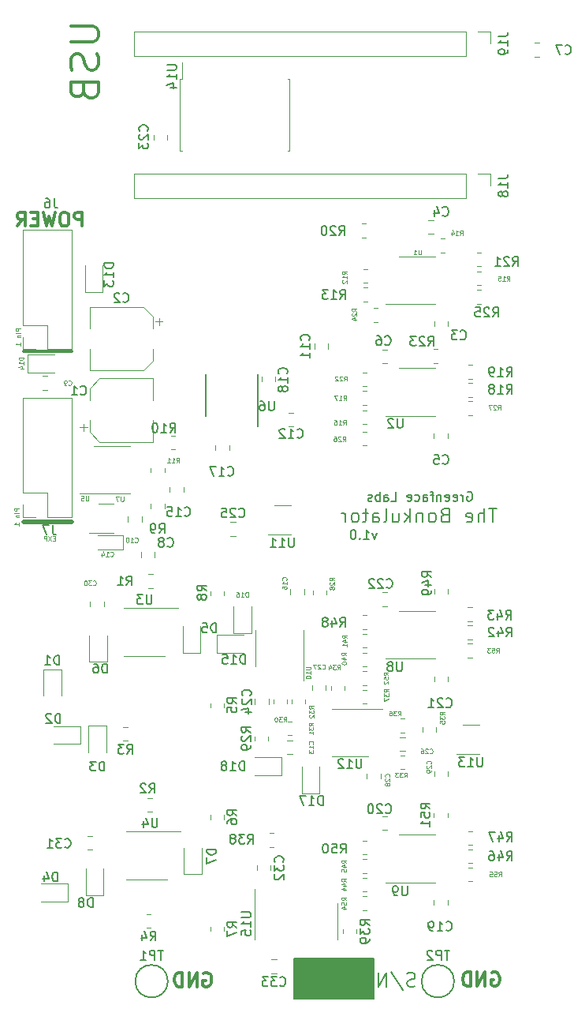
<source format=gbr>
%TF.GenerationSoftware,KiCad,Pcbnew,(6.0.1)*%
%TF.CreationDate,2022-02-15T11:42:12-08:00*%
%TF.ProjectId,main_board,6d61696e-5f62-46f6-9172-642e6b696361,rev?*%
%TF.SameCoordinates,Original*%
%TF.FileFunction,Legend,Bot*%
%TF.FilePolarity,Positive*%
%FSLAX46Y46*%
G04 Gerber Fmt 4.6, Leading zero omitted, Abs format (unit mm)*
G04 Created by KiCad (PCBNEW (6.0.1)) date 2022-02-15 11:42:12*
%MOMM*%
%LPD*%
G01*
G04 APERTURE LIST*
%ADD10C,0.500000*%
%ADD11C,0.300000*%
%ADD12C,0.150000*%
%ADD13C,0.100000*%
%ADD14C,0.175000*%
%ADD15C,0.187500*%
%ADD16C,0.120000*%
G04 APERTURE END LIST*
D10*
X51200000Y-107300000D02*
X56400000Y-107300000D01*
D11*
X51200000Y-89050000D02*
X56400000Y-89050000D01*
D12*
X88850000Y-154200000D02*
X80250000Y-154200000D01*
X80250000Y-154200000D02*
X80250000Y-158500000D01*
X80250000Y-158500000D02*
X88850000Y-158500000D01*
X88850000Y-158500000D02*
X88850000Y-154200000D01*
G36*
X88850000Y-154200000D02*
G01*
X80250000Y-154200000D01*
X80250000Y-158500000D01*
X88850000Y-158500000D01*
X88850000Y-154200000D01*
G37*
D13*
X50726190Y-105895238D02*
X50226190Y-105895238D01*
X50226190Y-106085714D01*
X50250000Y-106133333D01*
X50273809Y-106157142D01*
X50321428Y-106180952D01*
X50392857Y-106180952D01*
X50440476Y-106157142D01*
X50464285Y-106133333D01*
X50488095Y-106085714D01*
X50488095Y-105895238D01*
X50726190Y-106395238D02*
X50392857Y-106395238D01*
X50226190Y-106395238D02*
X50250000Y-106371428D01*
X50273809Y-106395238D01*
X50250000Y-106419047D01*
X50226190Y-106395238D01*
X50273809Y-106395238D01*
X50392857Y-106633333D02*
X50726190Y-106633333D01*
X50440476Y-106633333D02*
X50416666Y-106657142D01*
X50392857Y-106704761D01*
X50392857Y-106776190D01*
X50416666Y-106823809D01*
X50464285Y-106847619D01*
X50726190Y-106847619D01*
X50726190Y-107728571D02*
X50726190Y-107442857D01*
X50726190Y-107585714D02*
X50226190Y-107585714D01*
X50297619Y-107538095D01*
X50345238Y-107490476D01*
X50369047Y-107442857D01*
X50876190Y-86595238D02*
X50376190Y-86595238D01*
X50376190Y-86785714D01*
X50400000Y-86833333D01*
X50423809Y-86857142D01*
X50471428Y-86880952D01*
X50542857Y-86880952D01*
X50590476Y-86857142D01*
X50614285Y-86833333D01*
X50638095Y-86785714D01*
X50638095Y-86595238D01*
X50876190Y-87095238D02*
X50542857Y-87095238D01*
X50376190Y-87095238D02*
X50400000Y-87071428D01*
X50423809Y-87095238D01*
X50400000Y-87119047D01*
X50376190Y-87095238D01*
X50423809Y-87095238D01*
X50542857Y-87333333D02*
X50876190Y-87333333D01*
X50590476Y-87333333D02*
X50566666Y-87357142D01*
X50542857Y-87404761D01*
X50542857Y-87476190D01*
X50566666Y-87523809D01*
X50614285Y-87547619D01*
X50876190Y-87547619D01*
X50876190Y-88428571D02*
X50876190Y-88142857D01*
X50876190Y-88285714D02*
X50376190Y-88285714D01*
X50447619Y-88238095D01*
X50495238Y-88190476D01*
X50519047Y-88142857D01*
D11*
X101492857Y-155700000D02*
X101635714Y-155628571D01*
X101850000Y-155628571D01*
X102064285Y-155700000D01*
X102207142Y-155842857D01*
X102278571Y-155985714D01*
X102350000Y-156271428D01*
X102350000Y-156485714D01*
X102278571Y-156771428D01*
X102207142Y-156914285D01*
X102064285Y-157057142D01*
X101850000Y-157128571D01*
X101707142Y-157128571D01*
X101492857Y-157057142D01*
X101421428Y-156985714D01*
X101421428Y-156485714D01*
X101707142Y-156485714D01*
X100778571Y-157128571D02*
X100778571Y-155628571D01*
X99921428Y-157128571D01*
X99921428Y-155628571D01*
X99207142Y-157128571D02*
X99207142Y-155628571D01*
X98850000Y-155628571D01*
X98635714Y-155700000D01*
X98492857Y-155842857D01*
X98421428Y-155985714D01*
X98350000Y-156271428D01*
X98350000Y-156485714D01*
X98421428Y-156771428D01*
X98492857Y-156914285D01*
X98635714Y-157057142D01*
X98850000Y-157128571D01*
X99207142Y-157128571D01*
D13*
X54595238Y-109114285D02*
X54428571Y-109114285D01*
X54357142Y-109376190D02*
X54595238Y-109376190D01*
X54595238Y-108876190D01*
X54357142Y-108876190D01*
X54190476Y-108876190D02*
X53857142Y-109376190D01*
X53857142Y-108876190D02*
X54190476Y-109376190D01*
X53666666Y-109376190D02*
X53666666Y-108876190D01*
X53476190Y-108876190D01*
X53428571Y-108900000D01*
X53404761Y-108923809D01*
X53380952Y-108971428D01*
X53380952Y-109042857D01*
X53404761Y-109090476D01*
X53428571Y-109114285D01*
X53476190Y-109138095D01*
X53666666Y-109138095D01*
D12*
X98847619Y-104150000D02*
X98942857Y-104102380D01*
X99085714Y-104102380D01*
X99228571Y-104150000D01*
X99323809Y-104245238D01*
X99371428Y-104340476D01*
X99419047Y-104530952D01*
X99419047Y-104673809D01*
X99371428Y-104864285D01*
X99323809Y-104959523D01*
X99228571Y-105054761D01*
X99085714Y-105102380D01*
X98990476Y-105102380D01*
X98847619Y-105054761D01*
X98800000Y-105007142D01*
X98800000Y-104673809D01*
X98990476Y-104673809D01*
X98371428Y-105102380D02*
X98371428Y-104435714D01*
X98371428Y-104626190D02*
X98323809Y-104530952D01*
X98276190Y-104483333D01*
X98180952Y-104435714D01*
X98085714Y-104435714D01*
X97371428Y-105054761D02*
X97466666Y-105102380D01*
X97657142Y-105102380D01*
X97752380Y-105054761D01*
X97800000Y-104959523D01*
X97800000Y-104578571D01*
X97752380Y-104483333D01*
X97657142Y-104435714D01*
X97466666Y-104435714D01*
X97371428Y-104483333D01*
X97323809Y-104578571D01*
X97323809Y-104673809D01*
X97800000Y-104769047D01*
X96514285Y-105054761D02*
X96609523Y-105102380D01*
X96800000Y-105102380D01*
X96895238Y-105054761D01*
X96942857Y-104959523D01*
X96942857Y-104578571D01*
X96895238Y-104483333D01*
X96800000Y-104435714D01*
X96609523Y-104435714D01*
X96514285Y-104483333D01*
X96466666Y-104578571D01*
X96466666Y-104673809D01*
X96942857Y-104769047D01*
X96038095Y-104435714D02*
X96038095Y-105102380D01*
X96038095Y-104530952D02*
X95990476Y-104483333D01*
X95895238Y-104435714D01*
X95752380Y-104435714D01*
X95657142Y-104483333D01*
X95609523Y-104578571D01*
X95609523Y-105102380D01*
X95276190Y-104435714D02*
X94895238Y-104435714D01*
X95133333Y-105102380D02*
X95133333Y-104245238D01*
X95085714Y-104150000D01*
X94990476Y-104102380D01*
X94895238Y-104102380D01*
X94133333Y-105102380D02*
X94133333Y-104578571D01*
X94180952Y-104483333D01*
X94276190Y-104435714D01*
X94466666Y-104435714D01*
X94561904Y-104483333D01*
X94133333Y-105054761D02*
X94228571Y-105102380D01*
X94466666Y-105102380D01*
X94561904Y-105054761D01*
X94609523Y-104959523D01*
X94609523Y-104864285D01*
X94561904Y-104769047D01*
X94466666Y-104721428D01*
X94228571Y-104721428D01*
X94133333Y-104673809D01*
X93228571Y-105054761D02*
X93323809Y-105102380D01*
X93514285Y-105102380D01*
X93609523Y-105054761D01*
X93657142Y-105007142D01*
X93704761Y-104911904D01*
X93704761Y-104626190D01*
X93657142Y-104530952D01*
X93609523Y-104483333D01*
X93514285Y-104435714D01*
X93323809Y-104435714D01*
X93228571Y-104483333D01*
X92419047Y-105054761D02*
X92514285Y-105102380D01*
X92704761Y-105102380D01*
X92800000Y-105054761D01*
X92847619Y-104959523D01*
X92847619Y-104578571D01*
X92800000Y-104483333D01*
X92704761Y-104435714D01*
X92514285Y-104435714D01*
X92419047Y-104483333D01*
X92371428Y-104578571D01*
X92371428Y-104673809D01*
X92847619Y-104769047D01*
X90704761Y-105102380D02*
X91180952Y-105102380D01*
X91180952Y-104102380D01*
X89942857Y-105102380D02*
X89942857Y-104578571D01*
X89990476Y-104483333D01*
X90085714Y-104435714D01*
X90276190Y-104435714D01*
X90371428Y-104483333D01*
X89942857Y-105054761D02*
X90038095Y-105102380D01*
X90276190Y-105102380D01*
X90371428Y-105054761D01*
X90419047Y-104959523D01*
X90419047Y-104864285D01*
X90371428Y-104769047D01*
X90276190Y-104721428D01*
X90038095Y-104721428D01*
X89942857Y-104673809D01*
X89466666Y-105102380D02*
X89466666Y-104102380D01*
X89466666Y-104483333D02*
X89371428Y-104435714D01*
X89180952Y-104435714D01*
X89085714Y-104483333D01*
X89038095Y-104530952D01*
X88990476Y-104626190D01*
X88990476Y-104911904D01*
X89038095Y-105007142D01*
X89085714Y-105054761D01*
X89180952Y-105102380D01*
X89371428Y-105102380D01*
X89466666Y-105054761D01*
X88609523Y-105054761D02*
X88514285Y-105102380D01*
X88323809Y-105102380D01*
X88228571Y-105054761D01*
X88180952Y-104959523D01*
X88180952Y-104911904D01*
X88228571Y-104816666D01*
X88323809Y-104769047D01*
X88466666Y-104769047D01*
X88561904Y-104721428D01*
X88609523Y-104626190D01*
X88609523Y-104578571D01*
X88561904Y-104483333D01*
X88466666Y-104435714D01*
X88323809Y-104435714D01*
X88228571Y-104483333D01*
D14*
X93250000Y-157107142D02*
X93035714Y-157178571D01*
X92678571Y-157178571D01*
X92535714Y-157107142D01*
X92464285Y-157035714D01*
X92392857Y-156892857D01*
X92392857Y-156750000D01*
X92464285Y-156607142D01*
X92535714Y-156535714D01*
X92678571Y-156464285D01*
X92964285Y-156392857D01*
X93107142Y-156321428D01*
X93178571Y-156250000D01*
X93250000Y-156107142D01*
X93250000Y-155964285D01*
X93178571Y-155821428D01*
X93107142Y-155750000D01*
X92964285Y-155678571D01*
X92607142Y-155678571D01*
X92392857Y-155750000D01*
X90678571Y-155607142D02*
X91964285Y-157535714D01*
X90178571Y-157178571D02*
X90178571Y-155678571D01*
X89321428Y-157178571D01*
X89321428Y-155678571D01*
D11*
X70542857Y-155750000D02*
X70685714Y-155678571D01*
X70900000Y-155678571D01*
X71114285Y-155750000D01*
X71257142Y-155892857D01*
X71328571Y-156035714D01*
X71400000Y-156321428D01*
X71400000Y-156535714D01*
X71328571Y-156821428D01*
X71257142Y-156964285D01*
X71114285Y-157107142D01*
X70900000Y-157178571D01*
X70757142Y-157178571D01*
X70542857Y-157107142D01*
X70471428Y-157035714D01*
X70471428Y-156535714D01*
X70757142Y-156535714D01*
X69828571Y-157178571D02*
X69828571Y-155678571D01*
X68971428Y-157178571D01*
X68971428Y-155678571D01*
X68257142Y-157178571D02*
X68257142Y-155678571D01*
X67900000Y-155678571D01*
X67685714Y-155750000D01*
X67542857Y-155892857D01*
X67471428Y-156035714D01*
X67400000Y-156321428D01*
X67400000Y-156535714D01*
X67471428Y-156821428D01*
X67542857Y-156964285D01*
X67685714Y-157107142D01*
X67900000Y-157178571D01*
X68257142Y-157178571D01*
D15*
X102057142Y-105878571D02*
X101200000Y-105878571D01*
X101628571Y-107378571D02*
X101628571Y-105878571D01*
X100700000Y-107378571D02*
X100700000Y-105878571D01*
X100057142Y-107378571D02*
X100057142Y-106592857D01*
X100128571Y-106450000D01*
X100271428Y-106378571D01*
X100485714Y-106378571D01*
X100628571Y-106450000D01*
X100700000Y-106521428D01*
X98771428Y-107307142D02*
X98914285Y-107378571D01*
X99200000Y-107378571D01*
X99342857Y-107307142D01*
X99414285Y-107164285D01*
X99414285Y-106592857D01*
X99342857Y-106450000D01*
X99200000Y-106378571D01*
X98914285Y-106378571D01*
X98771428Y-106450000D01*
X98700000Y-106592857D01*
X98700000Y-106735714D01*
X99414285Y-106878571D01*
X96414285Y-106592857D02*
X96200000Y-106664285D01*
X96128571Y-106735714D01*
X96057142Y-106878571D01*
X96057142Y-107092857D01*
X96128571Y-107235714D01*
X96200000Y-107307142D01*
X96342857Y-107378571D01*
X96914285Y-107378571D01*
X96914285Y-105878571D01*
X96414285Y-105878571D01*
X96271428Y-105950000D01*
X96200000Y-106021428D01*
X96128571Y-106164285D01*
X96128571Y-106307142D01*
X96200000Y-106450000D01*
X96271428Y-106521428D01*
X96414285Y-106592857D01*
X96914285Y-106592857D01*
X95200000Y-107378571D02*
X95342857Y-107307142D01*
X95414285Y-107235714D01*
X95485714Y-107092857D01*
X95485714Y-106664285D01*
X95414285Y-106521428D01*
X95342857Y-106450000D01*
X95200000Y-106378571D01*
X94985714Y-106378571D01*
X94842857Y-106450000D01*
X94771428Y-106521428D01*
X94700000Y-106664285D01*
X94700000Y-107092857D01*
X94771428Y-107235714D01*
X94842857Y-107307142D01*
X94985714Y-107378571D01*
X95200000Y-107378571D01*
X94057142Y-106378571D02*
X94057142Y-107378571D01*
X94057142Y-106521428D02*
X93985714Y-106450000D01*
X93842857Y-106378571D01*
X93628571Y-106378571D01*
X93485714Y-106450000D01*
X93414285Y-106592857D01*
X93414285Y-107378571D01*
X92700000Y-107378571D02*
X92700000Y-105878571D01*
X92557142Y-106807142D02*
X92128571Y-107378571D01*
X92128571Y-106378571D02*
X92700000Y-106950000D01*
X90842857Y-106378571D02*
X90842857Y-107378571D01*
X91485714Y-106378571D02*
X91485714Y-107164285D01*
X91414285Y-107307142D01*
X91271428Y-107378571D01*
X91057142Y-107378571D01*
X90914285Y-107307142D01*
X90842857Y-107235714D01*
X89914285Y-107378571D02*
X90057142Y-107307142D01*
X90128571Y-107164285D01*
X90128571Y-105878571D01*
X88700000Y-107378571D02*
X88700000Y-106592857D01*
X88771428Y-106450000D01*
X88914285Y-106378571D01*
X89200000Y-106378571D01*
X89342857Y-106450000D01*
X88700000Y-107307142D02*
X88842857Y-107378571D01*
X89200000Y-107378571D01*
X89342857Y-107307142D01*
X89414285Y-107164285D01*
X89414285Y-107021428D01*
X89342857Y-106878571D01*
X89200000Y-106807142D01*
X88842857Y-106807142D01*
X88700000Y-106735714D01*
X88200000Y-106378571D02*
X87628571Y-106378571D01*
X87985714Y-105878571D02*
X87985714Y-107164285D01*
X87914285Y-107307142D01*
X87771428Y-107378571D01*
X87628571Y-107378571D01*
X86914285Y-107378571D02*
X87057142Y-107307142D01*
X87128571Y-107235714D01*
X87200000Y-107092857D01*
X87200000Y-106664285D01*
X87128571Y-106521428D01*
X87057142Y-106450000D01*
X86914285Y-106378571D01*
X86700000Y-106378571D01*
X86557142Y-106450000D01*
X86485714Y-106521428D01*
X86414285Y-106664285D01*
X86414285Y-107092857D01*
X86485714Y-107235714D01*
X86557142Y-107307142D01*
X86700000Y-107378571D01*
X86914285Y-107378571D01*
X85771428Y-107378571D02*
X85771428Y-106378571D01*
X85771428Y-106664285D02*
X85700000Y-106521428D01*
X85628571Y-106450000D01*
X85485714Y-106378571D01*
X85342857Y-106378571D01*
D12*
X89128571Y-108535714D02*
X88890476Y-109202380D01*
X88652380Y-108535714D01*
X87747619Y-109202380D02*
X88319047Y-109202380D01*
X88033333Y-109202380D02*
X88033333Y-108202380D01*
X88128571Y-108345238D01*
X88223809Y-108440476D01*
X88319047Y-108488095D01*
X87319047Y-109107142D02*
X87271428Y-109154761D01*
X87319047Y-109202380D01*
X87366666Y-109154761D01*
X87319047Y-109107142D01*
X87319047Y-109202380D01*
X86652380Y-108202380D02*
X86557142Y-108202380D01*
X86461904Y-108250000D01*
X86414285Y-108297619D01*
X86366666Y-108392857D01*
X86319047Y-108583333D01*
X86319047Y-108821428D01*
X86366666Y-109011904D01*
X86414285Y-109107142D01*
X86461904Y-109154761D01*
X86557142Y-109202380D01*
X86652380Y-109202380D01*
X86747619Y-109154761D01*
X86795238Y-109107142D01*
X86842857Y-109011904D01*
X86890476Y-108821428D01*
X86890476Y-108583333D01*
X86842857Y-108392857D01*
X86795238Y-108297619D01*
X86747619Y-108250000D01*
X86652380Y-108202380D01*
D11*
X57514285Y-75628571D02*
X57514285Y-74128571D01*
X56942857Y-74128571D01*
X56800000Y-74200000D01*
X56728571Y-74271428D01*
X56657142Y-74414285D01*
X56657142Y-74628571D01*
X56728571Y-74771428D01*
X56800000Y-74842857D01*
X56942857Y-74914285D01*
X57514285Y-74914285D01*
X55728571Y-74128571D02*
X55442857Y-74128571D01*
X55300000Y-74200000D01*
X55157142Y-74342857D01*
X55085714Y-74628571D01*
X55085714Y-75128571D01*
X55157142Y-75414285D01*
X55300000Y-75557142D01*
X55442857Y-75628571D01*
X55728571Y-75628571D01*
X55871428Y-75557142D01*
X56014285Y-75414285D01*
X56085714Y-75128571D01*
X56085714Y-74628571D01*
X56014285Y-74342857D01*
X55871428Y-74200000D01*
X55728571Y-74128571D01*
X54585714Y-74128571D02*
X54228571Y-75628571D01*
X53942857Y-74557142D01*
X53657142Y-75628571D01*
X53300000Y-74128571D01*
X52728571Y-74842857D02*
X52228571Y-74842857D01*
X52014285Y-75628571D02*
X52728571Y-75628571D01*
X52728571Y-74128571D01*
X52014285Y-74128571D01*
X50514285Y-75628571D02*
X51014285Y-74914285D01*
X51371428Y-75628571D02*
X51371428Y-74128571D01*
X50800000Y-74128571D01*
X50657142Y-74200000D01*
X50585714Y-74271428D01*
X50514285Y-74414285D01*
X50514285Y-74628571D01*
X50585714Y-74771428D01*
X50657142Y-74842857D01*
X50800000Y-74914285D01*
X51371428Y-74914285D01*
X56257142Y-54164285D02*
X58685714Y-54164285D01*
X58971428Y-54307142D01*
X59114285Y-54450000D01*
X59257142Y-54735714D01*
X59257142Y-55307142D01*
X59114285Y-55592857D01*
X58971428Y-55735714D01*
X58685714Y-55878571D01*
X56257142Y-55878571D01*
X59114285Y-57164285D02*
X59257142Y-57592857D01*
X59257142Y-58307142D01*
X59114285Y-58592857D01*
X58971428Y-58735714D01*
X58685714Y-58878571D01*
X58400000Y-58878571D01*
X58114285Y-58735714D01*
X57971428Y-58592857D01*
X57828571Y-58307142D01*
X57685714Y-57735714D01*
X57542857Y-57450000D01*
X57400000Y-57307142D01*
X57114285Y-57164285D01*
X56828571Y-57164285D01*
X56542857Y-57307142D01*
X56400000Y-57450000D01*
X56257142Y-57735714D01*
X56257142Y-58450000D01*
X56400000Y-58878571D01*
X57685714Y-61164285D02*
X57828571Y-61592857D01*
X57971428Y-61735714D01*
X58257142Y-61878571D01*
X58685714Y-61878571D01*
X58971428Y-61735714D01*
X59114285Y-61592857D01*
X59257142Y-61307142D01*
X59257142Y-60164285D01*
X56257142Y-60164285D01*
X56257142Y-61164285D01*
X56400000Y-61450000D01*
X56542857Y-61592857D01*
X56828571Y-61735714D01*
X57114285Y-61735714D01*
X57400000Y-61592857D01*
X57542857Y-61450000D01*
X57685714Y-61164285D01*
X57685714Y-60164285D01*
D12*
X103092857Y-91752380D02*
X103426190Y-91276190D01*
X103664285Y-91752380D02*
X103664285Y-90752380D01*
X103283333Y-90752380D01*
X103188095Y-90800000D01*
X103140476Y-90847619D01*
X103092857Y-90942857D01*
X103092857Y-91085714D01*
X103140476Y-91180952D01*
X103188095Y-91228571D01*
X103283333Y-91276190D01*
X103664285Y-91276190D01*
X102140476Y-91752380D02*
X102711904Y-91752380D01*
X102426190Y-91752380D02*
X102426190Y-90752380D01*
X102521428Y-90895238D01*
X102616666Y-90990476D01*
X102711904Y-91038095D01*
X101664285Y-91752380D02*
X101473809Y-91752380D01*
X101378571Y-91704761D01*
X101330952Y-91657142D01*
X101235714Y-91514285D01*
X101188095Y-91323809D01*
X101188095Y-90942857D01*
X101235714Y-90847619D01*
X101283333Y-90800000D01*
X101378571Y-90752380D01*
X101569047Y-90752380D01*
X101664285Y-90800000D01*
X101711904Y-90847619D01*
X101759523Y-90942857D01*
X101759523Y-91180952D01*
X101711904Y-91276190D01*
X101664285Y-91323809D01*
X101569047Y-91371428D01*
X101378571Y-91371428D01*
X101283333Y-91323809D01*
X101235714Y-91276190D01*
X101188095Y-91180952D01*
D13*
X85876190Y-121678571D02*
X85638095Y-121511904D01*
X85876190Y-121392857D02*
X85376190Y-121392857D01*
X85376190Y-121583333D01*
X85400000Y-121630952D01*
X85423809Y-121654761D01*
X85471428Y-121678571D01*
X85542857Y-121678571D01*
X85590476Y-121654761D01*
X85614285Y-121630952D01*
X85638095Y-121583333D01*
X85638095Y-121392857D01*
X85542857Y-122107142D02*
X85876190Y-122107142D01*
X85352380Y-121988095D02*
X85709523Y-121869047D01*
X85709523Y-122178571D01*
X85376190Y-122464285D02*
X85376190Y-122511904D01*
X85400000Y-122559523D01*
X85423809Y-122583333D01*
X85471428Y-122607142D01*
X85566666Y-122630952D01*
X85685714Y-122630952D01*
X85780952Y-122607142D01*
X85828571Y-122583333D01*
X85852380Y-122559523D01*
X85876190Y-122511904D01*
X85876190Y-122464285D01*
X85852380Y-122416666D01*
X85828571Y-122392857D01*
X85780952Y-122369047D01*
X85685714Y-122345238D01*
X85566666Y-122345238D01*
X85471428Y-122369047D01*
X85423809Y-122392857D01*
X85400000Y-122416666D01*
X85376190Y-122464285D01*
D12*
X81857142Y-87857142D02*
X81904761Y-87809523D01*
X81952380Y-87666666D01*
X81952380Y-87571428D01*
X81904761Y-87428571D01*
X81809523Y-87333333D01*
X81714285Y-87285714D01*
X81523809Y-87238095D01*
X81380952Y-87238095D01*
X81190476Y-87285714D01*
X81095238Y-87333333D01*
X81000000Y-87428571D01*
X80952380Y-87571428D01*
X80952380Y-87666666D01*
X81000000Y-87809523D01*
X81047619Y-87857142D01*
X81952380Y-88809523D02*
X81952380Y-88238095D01*
X81952380Y-88523809D02*
X80952380Y-88523809D01*
X81095238Y-88428571D01*
X81190476Y-88333333D01*
X81238095Y-88238095D01*
X81952380Y-89761904D02*
X81952380Y-89190476D01*
X81952380Y-89476190D02*
X80952380Y-89476190D01*
X81095238Y-89380952D01*
X81190476Y-89285714D01*
X81238095Y-89190476D01*
D13*
X79428571Y-113578571D02*
X79452380Y-113554761D01*
X79476190Y-113483333D01*
X79476190Y-113435714D01*
X79452380Y-113364285D01*
X79404761Y-113316666D01*
X79357142Y-113292857D01*
X79261904Y-113269047D01*
X79190476Y-113269047D01*
X79095238Y-113292857D01*
X79047619Y-113316666D01*
X79000000Y-113364285D01*
X78976190Y-113435714D01*
X78976190Y-113483333D01*
X79000000Y-113554761D01*
X79023809Y-113578571D01*
X79476190Y-114054761D02*
X79476190Y-113769047D01*
X79476190Y-113911904D02*
X78976190Y-113911904D01*
X79047619Y-113864285D01*
X79095238Y-113816666D01*
X79119047Y-113769047D01*
X78976190Y-114483333D02*
X78976190Y-114388095D01*
X79000000Y-114340476D01*
X79023809Y-114316666D01*
X79095238Y-114269047D01*
X79190476Y-114245238D01*
X79380952Y-114245238D01*
X79428571Y-114269047D01*
X79452380Y-114292857D01*
X79476190Y-114340476D01*
X79476190Y-114435714D01*
X79452380Y-114483333D01*
X79428571Y-114507142D01*
X79380952Y-114530952D01*
X79261904Y-114530952D01*
X79214285Y-114507142D01*
X79190476Y-114483333D01*
X79166666Y-114435714D01*
X79166666Y-114340476D01*
X79190476Y-114292857D01*
X79214285Y-114269047D01*
X79261904Y-114245238D01*
D12*
X85192857Y-83452380D02*
X85526190Y-82976190D01*
X85764285Y-83452380D02*
X85764285Y-82452380D01*
X85383333Y-82452380D01*
X85288095Y-82500000D01*
X85240476Y-82547619D01*
X85192857Y-82642857D01*
X85192857Y-82785714D01*
X85240476Y-82880952D01*
X85288095Y-82928571D01*
X85383333Y-82976190D01*
X85764285Y-82976190D01*
X84240476Y-83452380D02*
X84811904Y-83452380D01*
X84526190Y-83452380D02*
X84526190Y-82452380D01*
X84621428Y-82595238D01*
X84716666Y-82690476D01*
X84811904Y-82738095D01*
X83907142Y-82452380D02*
X83288095Y-82452380D01*
X83621428Y-82833333D01*
X83478571Y-82833333D01*
X83383333Y-82880952D01*
X83335714Y-82928571D01*
X83288095Y-83023809D01*
X83288095Y-83261904D01*
X83335714Y-83357142D01*
X83383333Y-83404761D01*
X83478571Y-83452380D01*
X83764285Y-83452380D01*
X83859523Y-83404761D01*
X83907142Y-83357142D01*
X66942857Y-97752380D02*
X67276190Y-97276190D01*
X67514285Y-97752380D02*
X67514285Y-96752380D01*
X67133333Y-96752380D01*
X67038095Y-96800000D01*
X66990476Y-96847619D01*
X66942857Y-96942857D01*
X66942857Y-97085714D01*
X66990476Y-97180952D01*
X67038095Y-97228571D01*
X67133333Y-97276190D01*
X67514285Y-97276190D01*
X65990476Y-97752380D02*
X66561904Y-97752380D01*
X66276190Y-97752380D02*
X66276190Y-96752380D01*
X66371428Y-96895238D01*
X66466666Y-96990476D01*
X66561904Y-97038095D01*
X65371428Y-96752380D02*
X65276190Y-96752380D01*
X65180952Y-96800000D01*
X65133333Y-96847619D01*
X65085714Y-96942857D01*
X65038095Y-97133333D01*
X65038095Y-97371428D01*
X65085714Y-97561904D01*
X65133333Y-97657142D01*
X65180952Y-97704761D01*
X65276190Y-97752380D01*
X65371428Y-97752380D01*
X65466666Y-97704761D01*
X65514285Y-97657142D01*
X65561904Y-97561904D01*
X65609523Y-97371428D01*
X65609523Y-97133333D01*
X65561904Y-96942857D01*
X65514285Y-96847619D01*
X65466666Y-96800000D01*
X65371428Y-96752380D01*
X71902380Y-142461904D02*
X70902380Y-142461904D01*
X70902380Y-142700000D01*
X70950000Y-142842857D01*
X71045238Y-142938095D01*
X71140476Y-142985714D01*
X71330952Y-143033333D01*
X71473809Y-143033333D01*
X71664285Y-142985714D01*
X71759523Y-142938095D01*
X71854761Y-142842857D01*
X71902380Y-142700000D01*
X71902380Y-142461904D01*
X70902380Y-143366666D02*
X70902380Y-144033333D01*
X71902380Y-143604761D01*
X103042857Y-119652380D02*
X103376190Y-119176190D01*
X103614285Y-119652380D02*
X103614285Y-118652380D01*
X103233333Y-118652380D01*
X103138095Y-118700000D01*
X103090476Y-118747619D01*
X103042857Y-118842857D01*
X103042857Y-118985714D01*
X103090476Y-119080952D01*
X103138095Y-119128571D01*
X103233333Y-119176190D01*
X103614285Y-119176190D01*
X102185714Y-118985714D02*
X102185714Y-119652380D01*
X102423809Y-118604761D02*
X102661904Y-119319047D01*
X102042857Y-119319047D01*
X101709523Y-118747619D02*
X101661904Y-118700000D01*
X101566666Y-118652380D01*
X101328571Y-118652380D01*
X101233333Y-118700000D01*
X101185714Y-118747619D01*
X101138095Y-118842857D01*
X101138095Y-118938095D01*
X101185714Y-119080952D01*
X101757142Y-119652380D01*
X101138095Y-119652380D01*
X91911904Y-96252380D02*
X91911904Y-97061904D01*
X91864285Y-97157142D01*
X91816666Y-97204761D01*
X91721428Y-97252380D01*
X91530952Y-97252380D01*
X91435714Y-97204761D01*
X91388095Y-97157142D01*
X91340476Y-97061904D01*
X91340476Y-96252380D01*
X90911904Y-96347619D02*
X90864285Y-96300000D01*
X90769047Y-96252380D01*
X90530952Y-96252380D01*
X90435714Y-96300000D01*
X90388095Y-96347619D01*
X90340476Y-96442857D01*
X90340476Y-96538095D01*
X90388095Y-96680952D01*
X90959523Y-97252380D01*
X90340476Y-97252380D01*
D13*
X85876190Y-143928571D02*
X85638095Y-143761904D01*
X85876190Y-143642857D02*
X85376190Y-143642857D01*
X85376190Y-143833333D01*
X85400000Y-143880952D01*
X85423809Y-143904761D01*
X85471428Y-143928571D01*
X85542857Y-143928571D01*
X85590476Y-143904761D01*
X85614285Y-143880952D01*
X85638095Y-143833333D01*
X85638095Y-143642857D01*
X85542857Y-144357142D02*
X85876190Y-144357142D01*
X85352380Y-144238095D02*
X85709523Y-144119047D01*
X85709523Y-144428571D01*
X85376190Y-144857142D02*
X85376190Y-144619047D01*
X85614285Y-144595238D01*
X85590476Y-144619047D01*
X85566666Y-144666666D01*
X85566666Y-144785714D01*
X85590476Y-144833333D01*
X85614285Y-144857142D01*
X85661904Y-144880952D01*
X85780952Y-144880952D01*
X85828571Y-144857142D01*
X85852380Y-144833333D01*
X85876190Y-144785714D01*
X85876190Y-144666666D01*
X85852380Y-144619047D01*
X85828571Y-144595238D01*
X85521428Y-96926190D02*
X85688095Y-96688095D01*
X85807142Y-96926190D02*
X85807142Y-96426190D01*
X85616666Y-96426190D01*
X85569047Y-96450000D01*
X85545238Y-96473809D01*
X85521428Y-96521428D01*
X85521428Y-96592857D01*
X85545238Y-96640476D01*
X85569047Y-96664285D01*
X85616666Y-96688095D01*
X85807142Y-96688095D01*
X85045238Y-96926190D02*
X85330952Y-96926190D01*
X85188095Y-96926190D02*
X85188095Y-96426190D01*
X85235714Y-96497619D01*
X85283333Y-96545238D01*
X85330952Y-96569047D01*
X84616666Y-96426190D02*
X84711904Y-96426190D01*
X84759523Y-96450000D01*
X84783333Y-96473809D01*
X84830952Y-96545238D01*
X84854761Y-96640476D01*
X84854761Y-96830952D01*
X84830952Y-96878571D01*
X84807142Y-96902380D01*
X84759523Y-96926190D01*
X84664285Y-96926190D01*
X84616666Y-96902380D01*
X84592857Y-96878571D01*
X84569047Y-96830952D01*
X84569047Y-96711904D01*
X84592857Y-96664285D01*
X84616666Y-96640476D01*
X84664285Y-96616666D01*
X84759523Y-96616666D01*
X84807142Y-96640476D01*
X84830952Y-96664285D01*
X84854761Y-96711904D01*
X58671428Y-114078571D02*
X58695238Y-114102380D01*
X58766666Y-114126190D01*
X58814285Y-114126190D01*
X58885714Y-114102380D01*
X58933333Y-114054761D01*
X58957142Y-114007142D01*
X58980952Y-113911904D01*
X58980952Y-113840476D01*
X58957142Y-113745238D01*
X58933333Y-113697619D01*
X58885714Y-113650000D01*
X58814285Y-113626190D01*
X58766666Y-113626190D01*
X58695238Y-113650000D01*
X58671428Y-113673809D01*
X58504761Y-113626190D02*
X58195238Y-113626190D01*
X58361904Y-113816666D01*
X58290476Y-113816666D01*
X58242857Y-113840476D01*
X58219047Y-113864285D01*
X58195238Y-113911904D01*
X58195238Y-114030952D01*
X58219047Y-114078571D01*
X58242857Y-114102380D01*
X58290476Y-114126190D01*
X58433333Y-114126190D01*
X58480952Y-114102380D01*
X58504761Y-114078571D01*
X57885714Y-113626190D02*
X57838095Y-113626190D01*
X57790476Y-113650000D01*
X57766666Y-113673809D01*
X57742857Y-113721428D01*
X57719047Y-113816666D01*
X57719047Y-113935714D01*
X57742857Y-114030952D01*
X57766666Y-114078571D01*
X57790476Y-114102380D01*
X57838095Y-114126190D01*
X57885714Y-114126190D01*
X57933333Y-114102380D01*
X57957142Y-114078571D01*
X57980952Y-114030952D01*
X58004761Y-113935714D01*
X58004761Y-113816666D01*
X57980952Y-113721428D01*
X57957142Y-113673809D01*
X57933333Y-113650000D01*
X57885714Y-113626190D01*
D12*
X75292857Y-141852380D02*
X75626190Y-141376190D01*
X75864285Y-141852380D02*
X75864285Y-140852380D01*
X75483333Y-140852380D01*
X75388095Y-140900000D01*
X75340476Y-140947619D01*
X75292857Y-141042857D01*
X75292857Y-141185714D01*
X75340476Y-141280952D01*
X75388095Y-141328571D01*
X75483333Y-141376190D01*
X75864285Y-141376190D01*
X74959523Y-140852380D02*
X74340476Y-140852380D01*
X74673809Y-141233333D01*
X74530952Y-141233333D01*
X74435714Y-141280952D01*
X74388095Y-141328571D01*
X74340476Y-141423809D01*
X74340476Y-141661904D01*
X74388095Y-141757142D01*
X74435714Y-141804761D01*
X74530952Y-141852380D01*
X74816666Y-141852380D01*
X74911904Y-141804761D01*
X74959523Y-141757142D01*
X73769047Y-141280952D02*
X73864285Y-141233333D01*
X73911904Y-141185714D01*
X73959523Y-141090476D01*
X73959523Y-141042857D01*
X73911904Y-140947619D01*
X73864285Y-140900000D01*
X73769047Y-140852380D01*
X73578571Y-140852380D01*
X73483333Y-140900000D01*
X73435714Y-140947619D01*
X73388095Y-141042857D01*
X73388095Y-141090476D01*
X73435714Y-141185714D01*
X73483333Y-141233333D01*
X73578571Y-141280952D01*
X73769047Y-141280952D01*
X73864285Y-141328571D01*
X73911904Y-141376190D01*
X73959523Y-141471428D01*
X73959523Y-141661904D01*
X73911904Y-141757142D01*
X73864285Y-141804761D01*
X73769047Y-141852380D01*
X73578571Y-141852380D01*
X73483333Y-141804761D01*
X73435714Y-141757142D01*
X73388095Y-141661904D01*
X73388095Y-141471428D01*
X73435714Y-141376190D01*
X73483333Y-141328571D01*
X73578571Y-141280952D01*
X95002380Y-113257142D02*
X94526190Y-112923809D01*
X95002380Y-112685714D02*
X94002380Y-112685714D01*
X94002380Y-113066666D01*
X94050000Y-113161904D01*
X94097619Y-113209523D01*
X94192857Y-113257142D01*
X94335714Y-113257142D01*
X94430952Y-113209523D01*
X94478571Y-113161904D01*
X94526190Y-113066666D01*
X94526190Y-112685714D01*
X94335714Y-114114285D02*
X95002380Y-114114285D01*
X93954761Y-113876190D02*
X94669047Y-113638095D01*
X94669047Y-114257142D01*
X95002380Y-114685714D02*
X95002380Y-114876190D01*
X94954761Y-114971428D01*
X94907142Y-115019047D01*
X94764285Y-115114285D01*
X94573809Y-115161904D01*
X94192857Y-115161904D01*
X94097619Y-115114285D01*
X94050000Y-115066666D01*
X94002380Y-114971428D01*
X94002380Y-114780952D01*
X94050000Y-114685714D01*
X94097619Y-114638095D01*
X94192857Y-114590476D01*
X94430952Y-114590476D01*
X94526190Y-114638095D01*
X94573809Y-114685714D01*
X94621428Y-114780952D01*
X94621428Y-114971428D01*
X94573809Y-115066666D01*
X94526190Y-115114285D01*
X94430952Y-115161904D01*
D13*
X102221428Y-145376190D02*
X102388095Y-145138095D01*
X102507142Y-145376190D02*
X102507142Y-144876190D01*
X102316666Y-144876190D01*
X102269047Y-144900000D01*
X102245238Y-144923809D01*
X102221428Y-144971428D01*
X102221428Y-145042857D01*
X102245238Y-145090476D01*
X102269047Y-145114285D01*
X102316666Y-145138095D01*
X102507142Y-145138095D01*
X101769047Y-144876190D02*
X102007142Y-144876190D01*
X102030952Y-145114285D01*
X102007142Y-145090476D01*
X101959523Y-145066666D01*
X101840476Y-145066666D01*
X101792857Y-145090476D01*
X101769047Y-145114285D01*
X101745238Y-145161904D01*
X101745238Y-145280952D01*
X101769047Y-145328571D01*
X101792857Y-145352380D01*
X101840476Y-145376190D01*
X101959523Y-145376190D01*
X102007142Y-145352380D01*
X102030952Y-145328571D01*
X101292857Y-144876190D02*
X101530952Y-144876190D01*
X101554761Y-145114285D01*
X101530952Y-145090476D01*
X101483333Y-145066666D01*
X101364285Y-145066666D01*
X101316666Y-145090476D01*
X101292857Y-145114285D01*
X101269047Y-145161904D01*
X101269047Y-145280952D01*
X101292857Y-145328571D01*
X101316666Y-145352380D01*
X101364285Y-145376190D01*
X101483333Y-145376190D01*
X101530952Y-145352380D01*
X101554761Y-145328571D01*
D12*
X103092857Y-93602380D02*
X103426190Y-93126190D01*
X103664285Y-93602380D02*
X103664285Y-92602380D01*
X103283333Y-92602380D01*
X103188095Y-92650000D01*
X103140476Y-92697619D01*
X103092857Y-92792857D01*
X103092857Y-92935714D01*
X103140476Y-93030952D01*
X103188095Y-93078571D01*
X103283333Y-93126190D01*
X103664285Y-93126190D01*
X102140476Y-93602380D02*
X102711904Y-93602380D01*
X102426190Y-93602380D02*
X102426190Y-92602380D01*
X102521428Y-92745238D01*
X102616666Y-92840476D01*
X102711904Y-92888095D01*
X101569047Y-93030952D02*
X101664285Y-92983333D01*
X101711904Y-92935714D01*
X101759523Y-92840476D01*
X101759523Y-92792857D01*
X101711904Y-92697619D01*
X101664285Y-92650000D01*
X101569047Y-92602380D01*
X101378571Y-92602380D01*
X101283333Y-92650000D01*
X101235714Y-92697619D01*
X101188095Y-92792857D01*
X101188095Y-92840476D01*
X101235714Y-92935714D01*
X101283333Y-92983333D01*
X101378571Y-93030952D01*
X101569047Y-93030952D01*
X101664285Y-93078571D01*
X101711904Y-93126190D01*
X101759523Y-93221428D01*
X101759523Y-93411904D01*
X101711904Y-93507142D01*
X101664285Y-93554761D01*
X101569047Y-93602380D01*
X101378571Y-93602380D01*
X101283333Y-93554761D01*
X101235714Y-93507142D01*
X101188095Y-93411904D01*
X101188095Y-93221428D01*
X101235714Y-93126190D01*
X101283333Y-93078571D01*
X101378571Y-93030952D01*
X96592857Y-151107142D02*
X96640476Y-151154761D01*
X96783333Y-151202380D01*
X96878571Y-151202380D01*
X97021428Y-151154761D01*
X97116666Y-151059523D01*
X97164285Y-150964285D01*
X97211904Y-150773809D01*
X97211904Y-150630952D01*
X97164285Y-150440476D01*
X97116666Y-150345238D01*
X97021428Y-150250000D01*
X96878571Y-150202380D01*
X96783333Y-150202380D01*
X96640476Y-150250000D01*
X96592857Y-150297619D01*
X95640476Y-151202380D02*
X96211904Y-151202380D01*
X95926190Y-151202380D02*
X95926190Y-150202380D01*
X96021428Y-150345238D01*
X96116666Y-150440476D01*
X96211904Y-150488095D01*
X95164285Y-151202380D02*
X94973809Y-151202380D01*
X94878571Y-151154761D01*
X94830952Y-151107142D01*
X94735714Y-150964285D01*
X94688095Y-150773809D01*
X94688095Y-150392857D01*
X94735714Y-150297619D01*
X94783333Y-150250000D01*
X94878571Y-150202380D01*
X95069047Y-150202380D01*
X95164285Y-150250000D01*
X95211904Y-150297619D01*
X95259523Y-150392857D01*
X95259523Y-150630952D01*
X95211904Y-150726190D01*
X95164285Y-150773809D01*
X95069047Y-150821428D01*
X94878571Y-150821428D01*
X94783333Y-150773809D01*
X94735714Y-150726190D01*
X94688095Y-150630952D01*
X80238095Y-109052380D02*
X80238095Y-109861904D01*
X80190476Y-109957142D01*
X80142857Y-110004761D01*
X80047619Y-110052380D01*
X79857142Y-110052380D01*
X79761904Y-110004761D01*
X79714285Y-109957142D01*
X79666666Y-109861904D01*
X79666666Y-109052380D01*
X78666666Y-110052380D02*
X79238095Y-110052380D01*
X78952380Y-110052380D02*
X78952380Y-109052380D01*
X79047619Y-109195238D01*
X79142857Y-109290476D01*
X79238095Y-109338095D01*
X77714285Y-110052380D02*
X78285714Y-110052380D01*
X78000000Y-110052380D02*
X78000000Y-109052380D01*
X78095238Y-109195238D01*
X78190476Y-109290476D01*
X78285714Y-109338095D01*
X92411904Y-146402380D02*
X92411904Y-147211904D01*
X92364285Y-147307142D01*
X92316666Y-147354761D01*
X92221428Y-147402380D01*
X92030952Y-147402380D01*
X91935714Y-147354761D01*
X91888095Y-147307142D01*
X91840476Y-147211904D01*
X91840476Y-146402380D01*
X91316666Y-147402380D02*
X91126190Y-147402380D01*
X91030952Y-147354761D01*
X90983333Y-147307142D01*
X90888095Y-147164285D01*
X90840476Y-146973809D01*
X90840476Y-146592857D01*
X90888095Y-146497619D01*
X90935714Y-146450000D01*
X91030952Y-146402380D01*
X91221428Y-146402380D01*
X91316666Y-146450000D01*
X91364285Y-146497619D01*
X91411904Y-146592857D01*
X91411904Y-146830952D01*
X91364285Y-146926190D01*
X91316666Y-146973809D01*
X91221428Y-147021428D01*
X91030952Y-147021428D01*
X90935714Y-146973809D01*
X90888095Y-146926190D01*
X90840476Y-146830952D01*
X64500892Y-65413392D02*
X64548511Y-65365773D01*
X64596130Y-65222916D01*
X64596130Y-65127678D01*
X64548511Y-64984821D01*
X64453273Y-64889583D01*
X64358035Y-64841964D01*
X64167559Y-64794345D01*
X64024702Y-64794345D01*
X63834226Y-64841964D01*
X63738988Y-64889583D01*
X63643750Y-64984821D01*
X63596130Y-65127678D01*
X63596130Y-65222916D01*
X63643750Y-65365773D01*
X63691369Y-65413392D01*
X63691369Y-65794345D02*
X63643750Y-65841964D01*
X63596130Y-65937202D01*
X63596130Y-66175297D01*
X63643750Y-66270535D01*
X63691369Y-66318154D01*
X63786607Y-66365773D01*
X63881845Y-66365773D01*
X64024702Y-66318154D01*
X64596130Y-65746726D01*
X64596130Y-66365773D01*
X63596130Y-66699107D02*
X63596130Y-67318154D01*
X63977083Y-66984821D01*
X63977083Y-67127678D01*
X64024702Y-67222916D01*
X64072321Y-67270535D01*
X64167559Y-67318154D01*
X64405654Y-67318154D01*
X64500892Y-67270535D01*
X64548511Y-67222916D01*
X64596130Y-67127678D01*
X64596130Y-66841964D01*
X64548511Y-66746726D01*
X64500892Y-66699107D01*
X102992857Y-117802380D02*
X103326190Y-117326190D01*
X103564285Y-117802380D02*
X103564285Y-116802380D01*
X103183333Y-116802380D01*
X103088095Y-116850000D01*
X103040476Y-116897619D01*
X102992857Y-116992857D01*
X102992857Y-117135714D01*
X103040476Y-117230952D01*
X103088095Y-117278571D01*
X103183333Y-117326190D01*
X103564285Y-117326190D01*
X102135714Y-117135714D02*
X102135714Y-117802380D01*
X102373809Y-116754761D02*
X102611904Y-117469047D01*
X101992857Y-117469047D01*
X101707142Y-116802380D02*
X101088095Y-116802380D01*
X101421428Y-117183333D01*
X101278571Y-117183333D01*
X101183333Y-117230952D01*
X101135714Y-117278571D01*
X101088095Y-117373809D01*
X101088095Y-117611904D01*
X101135714Y-117707142D01*
X101183333Y-117754761D01*
X101278571Y-117802380D01*
X101564285Y-117802380D01*
X101659523Y-117754761D01*
X101707142Y-117707142D01*
X74914285Y-134002380D02*
X74914285Y-133002380D01*
X74676190Y-133002380D01*
X74533333Y-133050000D01*
X74438095Y-133145238D01*
X74390476Y-133240476D01*
X74342857Y-133430952D01*
X74342857Y-133573809D01*
X74390476Y-133764285D01*
X74438095Y-133859523D01*
X74533333Y-133954761D01*
X74676190Y-134002380D01*
X74914285Y-134002380D01*
X73390476Y-134002380D02*
X73961904Y-134002380D01*
X73676190Y-134002380D02*
X73676190Y-133002380D01*
X73771428Y-133145238D01*
X73866666Y-133240476D01*
X73961904Y-133288095D01*
X72819047Y-133430952D02*
X72914285Y-133383333D01*
X72961904Y-133335714D01*
X73009523Y-133240476D01*
X73009523Y-133192857D01*
X72961904Y-133097619D01*
X72914285Y-133050000D01*
X72819047Y-133002380D01*
X72628571Y-133002380D01*
X72533333Y-133050000D01*
X72485714Y-133097619D01*
X72438095Y-133192857D01*
X72438095Y-133240476D01*
X72485714Y-133335714D01*
X72533333Y-133383333D01*
X72628571Y-133430952D01*
X72819047Y-133430952D01*
X72914285Y-133478571D01*
X72961904Y-133526190D01*
X73009523Y-133621428D01*
X73009523Y-133811904D01*
X72961904Y-133907142D01*
X72914285Y-133954761D01*
X72819047Y-134002380D01*
X72628571Y-134002380D01*
X72533333Y-133954761D01*
X72485714Y-133907142D01*
X72438095Y-133811904D01*
X72438095Y-133621428D01*
X72485714Y-133526190D01*
X72533333Y-133478571D01*
X72628571Y-133430952D01*
X66666666Y-109957142D02*
X66714285Y-110004761D01*
X66857142Y-110052380D01*
X66952380Y-110052380D01*
X67095238Y-110004761D01*
X67190476Y-109909523D01*
X67238095Y-109814285D01*
X67285714Y-109623809D01*
X67285714Y-109480952D01*
X67238095Y-109290476D01*
X67190476Y-109195238D01*
X67095238Y-109100000D01*
X66952380Y-109052380D01*
X66857142Y-109052380D01*
X66714285Y-109100000D01*
X66666666Y-109147619D01*
X66095238Y-109480952D02*
X66190476Y-109433333D01*
X66238095Y-109385714D01*
X66285714Y-109290476D01*
X66285714Y-109242857D01*
X66238095Y-109147619D01*
X66190476Y-109100000D01*
X66095238Y-109052380D01*
X65904761Y-109052380D01*
X65809523Y-109100000D01*
X65761904Y-109147619D01*
X65714285Y-109242857D01*
X65714285Y-109290476D01*
X65761904Y-109385714D01*
X65809523Y-109433333D01*
X65904761Y-109480952D01*
X66095238Y-109480952D01*
X66190476Y-109528571D01*
X66238095Y-109576190D01*
X66285714Y-109671428D01*
X66285714Y-109861904D01*
X66238095Y-109957142D01*
X66190476Y-110004761D01*
X66095238Y-110052380D01*
X65904761Y-110052380D01*
X65809523Y-110004761D01*
X65761904Y-109957142D01*
X65714285Y-109861904D01*
X65714285Y-109671428D01*
X65761904Y-109576190D01*
X65809523Y-109528571D01*
X65904761Y-109480952D01*
D13*
X85471428Y-98676190D02*
X85638095Y-98438095D01*
X85757142Y-98676190D02*
X85757142Y-98176190D01*
X85566666Y-98176190D01*
X85519047Y-98200000D01*
X85495238Y-98223809D01*
X85471428Y-98271428D01*
X85471428Y-98342857D01*
X85495238Y-98390476D01*
X85519047Y-98414285D01*
X85566666Y-98438095D01*
X85757142Y-98438095D01*
X85280952Y-98223809D02*
X85257142Y-98200000D01*
X85209523Y-98176190D01*
X85090476Y-98176190D01*
X85042857Y-98200000D01*
X85019047Y-98223809D01*
X84995238Y-98271428D01*
X84995238Y-98319047D01*
X85019047Y-98390476D01*
X85304761Y-98676190D01*
X84995238Y-98676190D01*
X84566666Y-98176190D02*
X84661904Y-98176190D01*
X84709523Y-98200000D01*
X84733333Y-98223809D01*
X84780952Y-98295238D01*
X84804761Y-98390476D01*
X84804761Y-98580952D01*
X84780952Y-98628571D01*
X84757142Y-98652380D01*
X84709523Y-98676190D01*
X84614285Y-98676190D01*
X84566666Y-98652380D01*
X84542857Y-98628571D01*
X84519047Y-98580952D01*
X84519047Y-98461904D01*
X84542857Y-98414285D01*
X84566666Y-98390476D01*
X84614285Y-98366666D01*
X84709523Y-98366666D01*
X84757142Y-98390476D01*
X84780952Y-98414285D01*
X84804761Y-98461904D01*
D12*
X94852380Y-138107142D02*
X94376190Y-137773809D01*
X94852380Y-137535714D02*
X93852380Y-137535714D01*
X93852380Y-137916666D01*
X93900000Y-138011904D01*
X93947619Y-138059523D01*
X94042857Y-138107142D01*
X94185714Y-138107142D01*
X94280952Y-138059523D01*
X94328571Y-138011904D01*
X94376190Y-137916666D01*
X94376190Y-137535714D01*
X93852380Y-139011904D02*
X93852380Y-138535714D01*
X94328571Y-138488095D01*
X94280952Y-138535714D01*
X94233333Y-138630952D01*
X94233333Y-138869047D01*
X94280952Y-138964285D01*
X94328571Y-139011904D01*
X94423809Y-139059523D01*
X94661904Y-139059523D01*
X94757142Y-139011904D01*
X94804761Y-138964285D01*
X94852380Y-138869047D01*
X94852380Y-138630952D01*
X94804761Y-138535714D01*
X94757142Y-138488095D01*
X94852380Y-140011904D02*
X94852380Y-139440476D01*
X94852380Y-139726190D02*
X93852380Y-139726190D01*
X93995238Y-139630952D01*
X94090476Y-139535714D01*
X94138095Y-139440476D01*
X64716666Y-136402380D02*
X65050000Y-135926190D01*
X65288095Y-136402380D02*
X65288095Y-135402380D01*
X64907142Y-135402380D01*
X64811904Y-135450000D01*
X64764285Y-135497619D01*
X64716666Y-135592857D01*
X64716666Y-135735714D01*
X64764285Y-135830952D01*
X64811904Y-135878571D01*
X64907142Y-135926190D01*
X65288095Y-135926190D01*
X64335714Y-135497619D02*
X64288095Y-135450000D01*
X64192857Y-135402380D01*
X63954761Y-135402380D01*
X63859523Y-135450000D01*
X63811904Y-135497619D01*
X63764285Y-135592857D01*
X63764285Y-135688095D01*
X63811904Y-135830952D01*
X64383333Y-136402380D01*
X63764285Y-136402380D01*
D13*
X103121428Y-81476190D02*
X103288095Y-81238095D01*
X103407142Y-81476190D02*
X103407142Y-80976190D01*
X103216666Y-80976190D01*
X103169047Y-81000000D01*
X103145238Y-81023809D01*
X103121428Y-81071428D01*
X103121428Y-81142857D01*
X103145238Y-81190476D01*
X103169047Y-81214285D01*
X103216666Y-81238095D01*
X103407142Y-81238095D01*
X102645238Y-81476190D02*
X102930952Y-81476190D01*
X102788095Y-81476190D02*
X102788095Y-80976190D01*
X102835714Y-81047619D01*
X102883333Y-81095238D01*
X102930952Y-81119047D01*
X102192857Y-80976190D02*
X102430952Y-80976190D01*
X102454761Y-81214285D01*
X102430952Y-81190476D01*
X102383333Y-81166666D01*
X102264285Y-81166666D01*
X102216666Y-81190476D01*
X102192857Y-81214285D01*
X102169047Y-81261904D01*
X102169047Y-81380952D01*
X102192857Y-81428571D01*
X102216666Y-81452380D01*
X102264285Y-81476190D01*
X102383333Y-81476190D01*
X102430952Y-81452380D01*
X102454761Y-81428571D01*
D12*
X68492857Y-106657142D02*
X68540476Y-106704761D01*
X68683333Y-106752380D01*
X68778571Y-106752380D01*
X68921428Y-106704761D01*
X69016666Y-106609523D01*
X69064285Y-106514285D01*
X69111904Y-106323809D01*
X69111904Y-106180952D01*
X69064285Y-105990476D01*
X69016666Y-105895238D01*
X68921428Y-105800000D01*
X68778571Y-105752380D01*
X68683333Y-105752380D01*
X68540476Y-105800000D01*
X68492857Y-105847619D01*
X67540476Y-106752380D02*
X68111904Y-106752380D01*
X67826190Y-106752380D02*
X67826190Y-105752380D01*
X67921428Y-105895238D01*
X68016666Y-105990476D01*
X68111904Y-106038095D01*
X66635714Y-105752380D02*
X67111904Y-105752380D01*
X67159523Y-106228571D01*
X67111904Y-106180952D01*
X67016666Y-106133333D01*
X66778571Y-106133333D01*
X66683333Y-106180952D01*
X66635714Y-106228571D01*
X66588095Y-106323809D01*
X66588095Y-106561904D01*
X66635714Y-106657142D01*
X66683333Y-106704761D01*
X66778571Y-106752380D01*
X67016666Y-106752380D01*
X67111904Y-106704761D01*
X67159523Y-106657142D01*
D13*
X85621428Y-92226190D02*
X85788095Y-91988095D01*
X85907142Y-92226190D02*
X85907142Y-91726190D01*
X85716666Y-91726190D01*
X85669047Y-91750000D01*
X85645238Y-91773809D01*
X85621428Y-91821428D01*
X85621428Y-91892857D01*
X85645238Y-91940476D01*
X85669047Y-91964285D01*
X85716666Y-91988095D01*
X85907142Y-91988095D01*
X85430952Y-91773809D02*
X85407142Y-91750000D01*
X85359523Y-91726190D01*
X85240476Y-91726190D01*
X85192857Y-91750000D01*
X85169047Y-91773809D01*
X85145238Y-91821428D01*
X85145238Y-91869047D01*
X85169047Y-91940476D01*
X85454761Y-92226190D01*
X85145238Y-92226190D01*
X84954761Y-91773809D02*
X84930952Y-91750000D01*
X84883333Y-91726190D01*
X84764285Y-91726190D01*
X84716666Y-91750000D01*
X84692857Y-91773809D01*
X84669047Y-91821428D01*
X84669047Y-91869047D01*
X84692857Y-91940476D01*
X84978571Y-92226190D01*
X84669047Y-92226190D01*
D12*
X91861904Y-122352380D02*
X91861904Y-123161904D01*
X91814285Y-123257142D01*
X91766666Y-123304761D01*
X91671428Y-123352380D01*
X91480952Y-123352380D01*
X91385714Y-123304761D01*
X91338095Y-123257142D01*
X91290476Y-123161904D01*
X91290476Y-122352380D01*
X90671428Y-122780952D02*
X90766666Y-122733333D01*
X90814285Y-122685714D01*
X90861904Y-122590476D01*
X90861904Y-122542857D01*
X90814285Y-122447619D01*
X90766666Y-122400000D01*
X90671428Y-122352380D01*
X90480952Y-122352380D01*
X90385714Y-122400000D01*
X90338095Y-122447619D01*
X90290476Y-122542857D01*
X90290476Y-122590476D01*
X90338095Y-122685714D01*
X90385714Y-122733333D01*
X90480952Y-122780952D01*
X90671428Y-122780952D01*
X90766666Y-122828571D01*
X90814285Y-122876190D01*
X90861904Y-122971428D01*
X90861904Y-123161904D01*
X90814285Y-123257142D01*
X90766666Y-123304761D01*
X90671428Y-123352380D01*
X90480952Y-123352380D01*
X90385714Y-123304761D01*
X90338095Y-123257142D01*
X90290476Y-123161904D01*
X90290476Y-122971428D01*
X90338095Y-122876190D01*
X90385714Y-122828571D01*
X90480952Y-122780952D01*
X58638095Y-148652380D02*
X58638095Y-147652380D01*
X58400000Y-147652380D01*
X58257142Y-147700000D01*
X58161904Y-147795238D01*
X58114285Y-147890476D01*
X58066666Y-148080952D01*
X58066666Y-148223809D01*
X58114285Y-148414285D01*
X58161904Y-148509523D01*
X58257142Y-148604761D01*
X58400000Y-148652380D01*
X58638095Y-148652380D01*
X57495238Y-148080952D02*
X57590476Y-148033333D01*
X57638095Y-147985714D01*
X57685714Y-147890476D01*
X57685714Y-147842857D01*
X57638095Y-147747619D01*
X57590476Y-147700000D01*
X57495238Y-147652380D01*
X57304761Y-147652380D01*
X57209523Y-147700000D01*
X57161904Y-147747619D01*
X57114285Y-147842857D01*
X57114285Y-147890476D01*
X57161904Y-147985714D01*
X57209523Y-148033333D01*
X57304761Y-148080952D01*
X57495238Y-148080952D01*
X57590476Y-148128571D01*
X57638095Y-148176190D01*
X57685714Y-148271428D01*
X57685714Y-148461904D01*
X57638095Y-148557142D01*
X57590476Y-148604761D01*
X57495238Y-148652380D01*
X57304761Y-148652380D01*
X57209523Y-148604761D01*
X57161904Y-148557142D01*
X57114285Y-148461904D01*
X57114285Y-148271428D01*
X57161904Y-148176190D01*
X57209523Y-148128571D01*
X57304761Y-148080952D01*
X66602380Y-58311904D02*
X67411904Y-58311904D01*
X67507142Y-58359523D01*
X67554761Y-58407142D01*
X67602380Y-58502380D01*
X67602380Y-58692857D01*
X67554761Y-58788095D01*
X67507142Y-58835714D01*
X67411904Y-58883333D01*
X66602380Y-58883333D01*
X67602380Y-59883333D02*
X67602380Y-59311904D01*
X67602380Y-59597619D02*
X66602380Y-59597619D01*
X66745238Y-59502380D01*
X66840476Y-59407142D01*
X66888095Y-59311904D01*
X66935714Y-60740476D02*
X67602380Y-60740476D01*
X66554761Y-60502380D02*
X67269047Y-60264285D01*
X67269047Y-60883333D01*
D13*
X90478571Y-134678571D02*
X90502380Y-134654761D01*
X90526190Y-134583333D01*
X90526190Y-134535714D01*
X90502380Y-134464285D01*
X90454761Y-134416666D01*
X90407142Y-134392857D01*
X90311904Y-134369047D01*
X90240476Y-134369047D01*
X90145238Y-134392857D01*
X90097619Y-134416666D01*
X90050000Y-134464285D01*
X90026190Y-134535714D01*
X90026190Y-134583333D01*
X90050000Y-134654761D01*
X90073809Y-134678571D01*
X90073809Y-134869047D02*
X90050000Y-134892857D01*
X90026190Y-134940476D01*
X90026190Y-135059523D01*
X90050000Y-135107142D01*
X90073809Y-135130952D01*
X90121428Y-135154761D01*
X90169047Y-135154761D01*
X90240476Y-135130952D01*
X90526190Y-134845238D01*
X90526190Y-135154761D01*
X90240476Y-135440476D02*
X90216666Y-135392857D01*
X90192857Y-135369047D01*
X90145238Y-135345238D01*
X90121428Y-135345238D01*
X90073809Y-135369047D01*
X90050000Y-135392857D01*
X90026190Y-135440476D01*
X90026190Y-135535714D01*
X90050000Y-135583333D01*
X90073809Y-135607142D01*
X90121428Y-135630952D01*
X90145238Y-135630952D01*
X90192857Y-135607142D01*
X90216666Y-135583333D01*
X90240476Y-135535714D01*
X90240476Y-135440476D01*
X90264285Y-135392857D01*
X90288095Y-135369047D01*
X90335714Y-135345238D01*
X90430952Y-135345238D01*
X90478571Y-135369047D01*
X90502380Y-135392857D01*
X90526190Y-135440476D01*
X90526190Y-135535714D01*
X90502380Y-135583333D01*
X90478571Y-135607142D01*
X90430952Y-135630952D01*
X90335714Y-135630952D01*
X90288095Y-135607142D01*
X90264285Y-135583333D01*
X90240476Y-135535714D01*
X63171428Y-109478571D02*
X63195238Y-109502380D01*
X63266666Y-109526190D01*
X63314285Y-109526190D01*
X63385714Y-109502380D01*
X63433333Y-109454761D01*
X63457142Y-109407142D01*
X63480952Y-109311904D01*
X63480952Y-109240476D01*
X63457142Y-109145238D01*
X63433333Y-109097619D01*
X63385714Y-109050000D01*
X63314285Y-109026190D01*
X63266666Y-109026190D01*
X63195238Y-109050000D01*
X63171428Y-109073809D01*
X62695238Y-109526190D02*
X62980952Y-109526190D01*
X62838095Y-109526190D02*
X62838095Y-109026190D01*
X62885714Y-109097619D01*
X62933333Y-109145238D01*
X62980952Y-109169047D01*
X62385714Y-109026190D02*
X62338095Y-109026190D01*
X62290476Y-109050000D01*
X62266666Y-109073809D01*
X62242857Y-109121428D01*
X62219047Y-109216666D01*
X62219047Y-109335714D01*
X62242857Y-109430952D01*
X62266666Y-109478571D01*
X62290476Y-109502380D01*
X62338095Y-109526190D01*
X62385714Y-109526190D01*
X62433333Y-109502380D01*
X62457142Y-109478571D01*
X62480952Y-109430952D01*
X62504761Y-109335714D01*
X62504761Y-109216666D01*
X62480952Y-109121428D01*
X62457142Y-109073809D01*
X62433333Y-109050000D01*
X62385714Y-109026190D01*
D12*
X103092857Y-143652380D02*
X103426190Y-143176190D01*
X103664285Y-143652380D02*
X103664285Y-142652380D01*
X103283333Y-142652380D01*
X103188095Y-142700000D01*
X103140476Y-142747619D01*
X103092857Y-142842857D01*
X103092857Y-142985714D01*
X103140476Y-143080952D01*
X103188095Y-143128571D01*
X103283333Y-143176190D01*
X103664285Y-143176190D01*
X102235714Y-142985714D02*
X102235714Y-143652380D01*
X102473809Y-142604761D02*
X102711904Y-143319047D01*
X102092857Y-143319047D01*
X101283333Y-142652380D02*
X101473809Y-142652380D01*
X101569047Y-142700000D01*
X101616666Y-142747619D01*
X101711904Y-142890476D01*
X101759523Y-143080952D01*
X101759523Y-143461904D01*
X101711904Y-143557142D01*
X101664285Y-143604761D01*
X101569047Y-143652380D01*
X101378571Y-143652380D01*
X101283333Y-143604761D01*
X101235714Y-143557142D01*
X101188095Y-143461904D01*
X101188095Y-143223809D01*
X101235714Y-143128571D01*
X101283333Y-143080952D01*
X101378571Y-143033333D01*
X101569047Y-143033333D01*
X101664285Y-143080952D01*
X101711904Y-143128571D01*
X101759523Y-143223809D01*
X87488095Y-132752380D02*
X87488095Y-133561904D01*
X87440476Y-133657142D01*
X87392857Y-133704761D01*
X87297619Y-133752380D01*
X87107142Y-133752380D01*
X87011904Y-133704761D01*
X86964285Y-133657142D01*
X86916666Y-133561904D01*
X86916666Y-132752380D01*
X85916666Y-133752380D02*
X86488095Y-133752380D01*
X86202380Y-133752380D02*
X86202380Y-132752380D01*
X86297619Y-132895238D01*
X86392857Y-132990476D01*
X86488095Y-133038095D01*
X85535714Y-132847619D02*
X85488095Y-132800000D01*
X85392857Y-132752380D01*
X85154761Y-132752380D01*
X85059523Y-132800000D01*
X85011904Y-132847619D01*
X84964285Y-132942857D01*
X84964285Y-133038095D01*
X85011904Y-133180952D01*
X85583333Y-133752380D01*
X84964285Y-133752380D01*
X90192857Y-114357142D02*
X90240476Y-114404761D01*
X90383333Y-114452380D01*
X90478571Y-114452380D01*
X90621428Y-114404761D01*
X90716666Y-114309523D01*
X90764285Y-114214285D01*
X90811904Y-114023809D01*
X90811904Y-113880952D01*
X90764285Y-113690476D01*
X90716666Y-113595238D01*
X90621428Y-113500000D01*
X90478571Y-113452380D01*
X90383333Y-113452380D01*
X90240476Y-113500000D01*
X90192857Y-113547619D01*
X89811904Y-113547619D02*
X89764285Y-113500000D01*
X89669047Y-113452380D01*
X89430952Y-113452380D01*
X89335714Y-113500000D01*
X89288095Y-113547619D01*
X89240476Y-113642857D01*
X89240476Y-113738095D01*
X89288095Y-113880952D01*
X89859523Y-114452380D01*
X89240476Y-114452380D01*
X88859523Y-113547619D02*
X88811904Y-113500000D01*
X88716666Y-113452380D01*
X88478571Y-113452380D01*
X88383333Y-113500000D01*
X88335714Y-113547619D01*
X88288095Y-113642857D01*
X88288095Y-113738095D01*
X88335714Y-113880952D01*
X88907142Y-114452380D01*
X88288095Y-114452380D01*
D13*
X85571428Y-94276190D02*
X85738095Y-94038095D01*
X85857142Y-94276190D02*
X85857142Y-93776190D01*
X85666666Y-93776190D01*
X85619047Y-93800000D01*
X85595238Y-93823809D01*
X85571428Y-93871428D01*
X85571428Y-93942857D01*
X85595238Y-93990476D01*
X85619047Y-94014285D01*
X85666666Y-94038095D01*
X85857142Y-94038095D01*
X85095238Y-94276190D02*
X85380952Y-94276190D01*
X85238095Y-94276190D02*
X85238095Y-93776190D01*
X85285714Y-93847619D01*
X85333333Y-93895238D01*
X85380952Y-93919047D01*
X84928571Y-93776190D02*
X84595238Y-93776190D01*
X84809523Y-94276190D01*
D12*
X90092857Y-138507142D02*
X90140476Y-138554761D01*
X90283333Y-138602380D01*
X90378571Y-138602380D01*
X90521428Y-138554761D01*
X90616666Y-138459523D01*
X90664285Y-138364285D01*
X90711904Y-138173809D01*
X90711904Y-138030952D01*
X90664285Y-137840476D01*
X90616666Y-137745238D01*
X90521428Y-137650000D01*
X90378571Y-137602380D01*
X90283333Y-137602380D01*
X90140476Y-137650000D01*
X90092857Y-137697619D01*
X89711904Y-137697619D02*
X89664285Y-137650000D01*
X89569047Y-137602380D01*
X89330952Y-137602380D01*
X89235714Y-137650000D01*
X89188095Y-137697619D01*
X89140476Y-137792857D01*
X89140476Y-137888095D01*
X89188095Y-138030952D01*
X89759523Y-138602380D01*
X89140476Y-138602380D01*
X88521428Y-137602380D02*
X88426190Y-137602380D01*
X88330952Y-137650000D01*
X88283333Y-137697619D01*
X88235714Y-137792857D01*
X88188095Y-137983333D01*
X88188095Y-138221428D01*
X88235714Y-138411904D01*
X88283333Y-138507142D01*
X88330952Y-138554761D01*
X88426190Y-138602380D01*
X88521428Y-138602380D01*
X88616666Y-138554761D01*
X88664285Y-138507142D01*
X88711904Y-138411904D01*
X88759523Y-138221428D01*
X88759523Y-137983333D01*
X88711904Y-137792857D01*
X88664285Y-137697619D01*
X88616666Y-137650000D01*
X88521428Y-137602380D01*
X80592857Y-98257142D02*
X80640476Y-98304761D01*
X80783333Y-98352380D01*
X80878571Y-98352380D01*
X81021428Y-98304761D01*
X81116666Y-98209523D01*
X81164285Y-98114285D01*
X81211904Y-97923809D01*
X81211904Y-97780952D01*
X81164285Y-97590476D01*
X81116666Y-97495238D01*
X81021428Y-97400000D01*
X80878571Y-97352380D01*
X80783333Y-97352380D01*
X80640476Y-97400000D01*
X80592857Y-97447619D01*
X79640476Y-98352380D02*
X80211904Y-98352380D01*
X79926190Y-98352380D02*
X79926190Y-97352380D01*
X80021428Y-97495238D01*
X80116666Y-97590476D01*
X80211904Y-97638095D01*
X79259523Y-97447619D02*
X79211904Y-97400000D01*
X79116666Y-97352380D01*
X78878571Y-97352380D01*
X78783333Y-97400000D01*
X78735714Y-97447619D01*
X78688095Y-97542857D01*
X78688095Y-97638095D01*
X78735714Y-97780952D01*
X79307142Y-98352380D01*
X78688095Y-98352380D01*
D13*
X85926190Y-80778571D02*
X85688095Y-80611904D01*
X85926190Y-80492857D02*
X85426190Y-80492857D01*
X85426190Y-80683333D01*
X85450000Y-80730952D01*
X85473809Y-80754761D01*
X85521428Y-80778571D01*
X85592857Y-80778571D01*
X85640476Y-80754761D01*
X85664285Y-80730952D01*
X85688095Y-80683333D01*
X85688095Y-80492857D01*
X85926190Y-81254761D02*
X85926190Y-80969047D01*
X85926190Y-81111904D02*
X85426190Y-81111904D01*
X85497619Y-81064285D01*
X85545238Y-81016666D01*
X85569047Y-80969047D01*
X85473809Y-81445238D02*
X85450000Y-81469047D01*
X85426190Y-81516666D01*
X85426190Y-81635714D01*
X85450000Y-81683333D01*
X85473809Y-81707142D01*
X85521428Y-81730952D01*
X85569047Y-81730952D01*
X85640476Y-81707142D01*
X85926190Y-81421428D01*
X85926190Y-81730952D01*
D12*
X62266666Y-114152380D02*
X62600000Y-113676190D01*
X62838095Y-114152380D02*
X62838095Y-113152380D01*
X62457142Y-113152380D01*
X62361904Y-113200000D01*
X62314285Y-113247619D01*
X62266666Y-113342857D01*
X62266666Y-113485714D01*
X62314285Y-113580952D01*
X62361904Y-113628571D01*
X62457142Y-113676190D01*
X62838095Y-113676190D01*
X61314285Y-114152380D02*
X61885714Y-114152380D01*
X61600000Y-114152380D02*
X61600000Y-113152380D01*
X61695238Y-113295238D01*
X61790476Y-113390476D01*
X61885714Y-113438095D01*
D13*
X82376190Y-127378571D02*
X82138095Y-127211904D01*
X82376190Y-127092857D02*
X81876190Y-127092857D01*
X81876190Y-127283333D01*
X81900000Y-127330952D01*
X81923809Y-127354761D01*
X81971428Y-127378571D01*
X82042857Y-127378571D01*
X82090476Y-127354761D01*
X82114285Y-127330952D01*
X82138095Y-127283333D01*
X82138095Y-127092857D01*
X81876190Y-127545238D02*
X81876190Y-127854761D01*
X82066666Y-127688095D01*
X82066666Y-127759523D01*
X82090476Y-127807142D01*
X82114285Y-127830952D01*
X82161904Y-127854761D01*
X82280952Y-127854761D01*
X82328571Y-127830952D01*
X82352380Y-127807142D01*
X82376190Y-127759523D01*
X82376190Y-127616666D01*
X82352380Y-127569047D01*
X82328571Y-127545238D01*
X81923809Y-128045238D02*
X81900000Y-128069047D01*
X81876190Y-128116666D01*
X81876190Y-128235714D01*
X81900000Y-128283333D01*
X81923809Y-128307142D01*
X81971428Y-128330952D01*
X82019047Y-128330952D01*
X82090476Y-128307142D01*
X82376190Y-128021428D01*
X82376190Y-128330952D01*
D12*
X55642857Y-142207142D02*
X55690476Y-142254761D01*
X55833333Y-142302380D01*
X55928571Y-142302380D01*
X56071428Y-142254761D01*
X56166666Y-142159523D01*
X56214285Y-142064285D01*
X56261904Y-141873809D01*
X56261904Y-141730952D01*
X56214285Y-141540476D01*
X56166666Y-141445238D01*
X56071428Y-141350000D01*
X55928571Y-141302380D01*
X55833333Y-141302380D01*
X55690476Y-141350000D01*
X55642857Y-141397619D01*
X55309523Y-141302380D02*
X54690476Y-141302380D01*
X55023809Y-141683333D01*
X54880952Y-141683333D01*
X54785714Y-141730952D01*
X54738095Y-141778571D01*
X54690476Y-141873809D01*
X54690476Y-142111904D01*
X54738095Y-142207142D01*
X54785714Y-142254761D01*
X54880952Y-142302380D01*
X55166666Y-142302380D01*
X55261904Y-142254761D01*
X55309523Y-142207142D01*
X53738095Y-142302380D02*
X54309523Y-142302380D01*
X54023809Y-142302380D02*
X54023809Y-141302380D01*
X54119047Y-141445238D01*
X54214285Y-141540476D01*
X54309523Y-141588095D01*
X60852380Y-79610714D02*
X59852380Y-79610714D01*
X59852380Y-79848809D01*
X59900000Y-79991666D01*
X59995238Y-80086904D01*
X60090476Y-80134523D01*
X60280952Y-80182142D01*
X60423809Y-80182142D01*
X60614285Y-80134523D01*
X60709523Y-80086904D01*
X60804761Y-79991666D01*
X60852380Y-79848809D01*
X60852380Y-79610714D01*
X60852380Y-81134523D02*
X60852380Y-80563095D01*
X60852380Y-80848809D02*
X59852380Y-80848809D01*
X59995238Y-80753571D01*
X60090476Y-80658333D01*
X60138095Y-80563095D01*
X59852380Y-81467857D02*
X59852380Y-82086904D01*
X60233333Y-81753571D01*
X60233333Y-81896428D01*
X60280952Y-81991666D01*
X60328571Y-82039285D01*
X60423809Y-82086904D01*
X60661904Y-82086904D01*
X60757142Y-82039285D01*
X60804761Y-81991666D01*
X60852380Y-81896428D01*
X60852380Y-81610714D01*
X60804761Y-81515476D01*
X60757142Y-81467857D01*
X74622380Y-149161904D02*
X75431904Y-149161904D01*
X75527142Y-149209523D01*
X75574761Y-149257142D01*
X75622380Y-149352380D01*
X75622380Y-149542857D01*
X75574761Y-149638095D01*
X75527142Y-149685714D01*
X75431904Y-149733333D01*
X74622380Y-149733333D01*
X75622380Y-150733333D02*
X75622380Y-150161904D01*
X75622380Y-150447619D02*
X74622380Y-150447619D01*
X74765238Y-150352380D01*
X74860476Y-150257142D01*
X74908095Y-150161904D01*
X74622380Y-151638095D02*
X74622380Y-151161904D01*
X75098571Y-151114285D01*
X75050952Y-151161904D01*
X75003333Y-151257142D01*
X75003333Y-151495238D01*
X75050952Y-151590476D01*
X75098571Y-151638095D01*
X75193809Y-151685714D01*
X75431904Y-151685714D01*
X75527142Y-151638095D01*
X75574761Y-151590476D01*
X75622380Y-151495238D01*
X75622380Y-151257142D01*
X75574761Y-151161904D01*
X75527142Y-151114285D01*
D13*
X90426190Y-125578571D02*
X90188095Y-125411904D01*
X90426190Y-125292857D02*
X89926190Y-125292857D01*
X89926190Y-125483333D01*
X89950000Y-125530952D01*
X89973809Y-125554761D01*
X90021428Y-125578571D01*
X90092857Y-125578571D01*
X90140476Y-125554761D01*
X90164285Y-125530952D01*
X90188095Y-125483333D01*
X90188095Y-125292857D01*
X89926190Y-125745238D02*
X89926190Y-126054761D01*
X90116666Y-125888095D01*
X90116666Y-125959523D01*
X90140476Y-126007142D01*
X90164285Y-126030952D01*
X90211904Y-126054761D01*
X90330952Y-126054761D01*
X90378571Y-126030952D01*
X90402380Y-126007142D01*
X90426190Y-125959523D01*
X90426190Y-125816666D01*
X90402380Y-125769047D01*
X90378571Y-125745238D01*
X89926190Y-126221428D02*
X89926190Y-126554761D01*
X90426190Y-126340476D01*
D12*
X65561904Y-139102380D02*
X65561904Y-139911904D01*
X65514285Y-140007142D01*
X65466666Y-140054761D01*
X65371428Y-140102380D01*
X65180952Y-140102380D01*
X65085714Y-140054761D01*
X65038095Y-140007142D01*
X64990476Y-139911904D01*
X64990476Y-139102380D01*
X64085714Y-139435714D02*
X64085714Y-140102380D01*
X64323809Y-139054761D02*
X64561904Y-139769047D01*
X63942857Y-139769047D01*
X83364285Y-137702380D02*
X83364285Y-136702380D01*
X83126190Y-136702380D01*
X82983333Y-136750000D01*
X82888095Y-136845238D01*
X82840476Y-136940476D01*
X82792857Y-137130952D01*
X82792857Y-137273809D01*
X82840476Y-137464285D01*
X82888095Y-137559523D01*
X82983333Y-137654761D01*
X83126190Y-137702380D01*
X83364285Y-137702380D01*
X81840476Y-137702380D02*
X82411904Y-137702380D01*
X82126190Y-137702380D02*
X82126190Y-136702380D01*
X82221428Y-136845238D01*
X82316666Y-136940476D01*
X82411904Y-136988095D01*
X81507142Y-136702380D02*
X80840476Y-136702380D01*
X81269047Y-137702380D01*
D13*
X102121428Y-95326190D02*
X102288095Y-95088095D01*
X102407142Y-95326190D02*
X102407142Y-94826190D01*
X102216666Y-94826190D01*
X102169047Y-94850000D01*
X102145238Y-94873809D01*
X102121428Y-94921428D01*
X102121428Y-94992857D01*
X102145238Y-95040476D01*
X102169047Y-95064285D01*
X102216666Y-95088095D01*
X102407142Y-95088095D01*
X101930952Y-94873809D02*
X101907142Y-94850000D01*
X101859523Y-94826190D01*
X101740476Y-94826190D01*
X101692857Y-94850000D01*
X101669047Y-94873809D01*
X101645238Y-94921428D01*
X101645238Y-94969047D01*
X101669047Y-95040476D01*
X101954761Y-95326190D01*
X101645238Y-95326190D01*
X101478571Y-94826190D02*
X101145238Y-94826190D01*
X101359523Y-95326190D01*
D12*
X65766666Y-108552380D02*
X66100000Y-108076190D01*
X66338095Y-108552380D02*
X66338095Y-107552380D01*
X65957142Y-107552380D01*
X65861904Y-107600000D01*
X65814285Y-107647619D01*
X65766666Y-107742857D01*
X65766666Y-107885714D01*
X65814285Y-107980952D01*
X65861904Y-108028571D01*
X65957142Y-108076190D01*
X66338095Y-108076190D01*
X65290476Y-108552380D02*
X65100000Y-108552380D01*
X65004761Y-108504761D01*
X64957142Y-108457142D01*
X64861904Y-108314285D01*
X64814285Y-108123809D01*
X64814285Y-107742857D01*
X64861904Y-107647619D01*
X64909523Y-107600000D01*
X65004761Y-107552380D01*
X65195238Y-107552380D01*
X65290476Y-107600000D01*
X65338095Y-107647619D01*
X65385714Y-107742857D01*
X65385714Y-107980952D01*
X65338095Y-108076190D01*
X65290476Y-108123809D01*
X65195238Y-108171428D01*
X65004761Y-108171428D01*
X64909523Y-108123809D01*
X64861904Y-108076190D01*
X64814285Y-107980952D01*
D13*
X82278571Y-131178571D02*
X82302380Y-131154761D01*
X82326190Y-131083333D01*
X82326190Y-131035714D01*
X82302380Y-130964285D01*
X82254761Y-130916666D01*
X82207142Y-130892857D01*
X82111904Y-130869047D01*
X82040476Y-130869047D01*
X81945238Y-130892857D01*
X81897619Y-130916666D01*
X81850000Y-130964285D01*
X81826190Y-131035714D01*
X81826190Y-131083333D01*
X81850000Y-131154761D01*
X81873809Y-131178571D01*
X82326190Y-131654761D02*
X82326190Y-131369047D01*
X82326190Y-131511904D02*
X81826190Y-131511904D01*
X81897619Y-131464285D01*
X81945238Y-131416666D01*
X81969047Y-131369047D01*
X81826190Y-131821428D02*
X81826190Y-132130952D01*
X82016666Y-131964285D01*
X82016666Y-132035714D01*
X82040476Y-132083333D01*
X82064285Y-132107142D01*
X82111904Y-132130952D01*
X82230952Y-132130952D01*
X82278571Y-132107142D01*
X82302380Y-132083333D01*
X82326190Y-132035714D01*
X82326190Y-131892857D01*
X82302380Y-131845238D01*
X82278571Y-131821428D01*
D12*
X60188095Y-123552380D02*
X60188095Y-122552380D01*
X59950000Y-122552380D01*
X59807142Y-122600000D01*
X59711904Y-122695238D01*
X59664285Y-122790476D01*
X59616666Y-122980952D01*
X59616666Y-123123809D01*
X59664285Y-123314285D01*
X59711904Y-123409523D01*
X59807142Y-123504761D01*
X59950000Y-123552380D01*
X60188095Y-123552380D01*
X58759523Y-122552380D02*
X58950000Y-122552380D01*
X59045238Y-122600000D01*
X59092857Y-122647619D01*
X59188095Y-122790476D01*
X59235714Y-122980952D01*
X59235714Y-123361904D01*
X59188095Y-123457142D01*
X59140476Y-123504761D01*
X59045238Y-123552380D01*
X58854761Y-123552380D01*
X58759523Y-123504761D01*
X58711904Y-123457142D01*
X58664285Y-123361904D01*
X58664285Y-123123809D01*
X58711904Y-123028571D01*
X58759523Y-122980952D01*
X58854761Y-122933333D01*
X59045238Y-122933333D01*
X59140476Y-122980952D01*
X59188095Y-123028571D01*
X59235714Y-123123809D01*
X78742857Y-157037142D02*
X78790476Y-157084761D01*
X78933333Y-157132380D01*
X79028571Y-157132380D01*
X79171428Y-157084761D01*
X79266666Y-156989523D01*
X79314285Y-156894285D01*
X79361904Y-156703809D01*
X79361904Y-156560952D01*
X79314285Y-156370476D01*
X79266666Y-156275238D01*
X79171428Y-156180000D01*
X79028571Y-156132380D01*
X78933333Y-156132380D01*
X78790476Y-156180000D01*
X78742857Y-156227619D01*
X78409523Y-156132380D02*
X77790476Y-156132380D01*
X78123809Y-156513333D01*
X77980952Y-156513333D01*
X77885714Y-156560952D01*
X77838095Y-156608571D01*
X77790476Y-156703809D01*
X77790476Y-156941904D01*
X77838095Y-157037142D01*
X77885714Y-157084761D01*
X77980952Y-157132380D01*
X78266666Y-157132380D01*
X78361904Y-157084761D01*
X78409523Y-157037142D01*
X77457142Y-156132380D02*
X76838095Y-156132380D01*
X77171428Y-156513333D01*
X77028571Y-156513333D01*
X76933333Y-156560952D01*
X76885714Y-156608571D01*
X76838095Y-156703809D01*
X76838095Y-156941904D01*
X76885714Y-157037142D01*
X76933333Y-157084761D01*
X77028571Y-157132380D01*
X77314285Y-157132380D01*
X77409523Y-157084761D01*
X77457142Y-157037142D01*
X85242857Y-142852380D02*
X85576190Y-142376190D01*
X85814285Y-142852380D02*
X85814285Y-141852380D01*
X85433333Y-141852380D01*
X85338095Y-141900000D01*
X85290476Y-141947619D01*
X85242857Y-142042857D01*
X85242857Y-142185714D01*
X85290476Y-142280952D01*
X85338095Y-142328571D01*
X85433333Y-142376190D01*
X85814285Y-142376190D01*
X84338095Y-141852380D02*
X84814285Y-141852380D01*
X84861904Y-142328571D01*
X84814285Y-142280952D01*
X84719047Y-142233333D01*
X84480952Y-142233333D01*
X84385714Y-142280952D01*
X84338095Y-142328571D01*
X84290476Y-142423809D01*
X84290476Y-142661904D01*
X84338095Y-142757142D01*
X84385714Y-142804761D01*
X84480952Y-142852380D01*
X84719047Y-142852380D01*
X84814285Y-142804761D01*
X84861904Y-142757142D01*
X83671428Y-141852380D02*
X83576190Y-141852380D01*
X83480952Y-141900000D01*
X83433333Y-141947619D01*
X83385714Y-142042857D01*
X83338095Y-142233333D01*
X83338095Y-142471428D01*
X83385714Y-142661904D01*
X83433333Y-142757142D01*
X83480952Y-142804761D01*
X83576190Y-142852380D01*
X83671428Y-142852380D01*
X83766666Y-142804761D01*
X83814285Y-142757142D01*
X83861904Y-142661904D01*
X83909523Y-142471428D01*
X83909523Y-142233333D01*
X83861904Y-142042857D01*
X83814285Y-141947619D01*
X83766666Y-141900000D01*
X83671428Y-141852380D01*
X61866666Y-83707142D02*
X61914285Y-83754761D01*
X62057142Y-83802380D01*
X62152380Y-83802380D01*
X62295238Y-83754761D01*
X62390476Y-83659523D01*
X62438095Y-83564285D01*
X62485714Y-83373809D01*
X62485714Y-83230952D01*
X62438095Y-83040476D01*
X62390476Y-82945238D01*
X62295238Y-82850000D01*
X62152380Y-82802380D01*
X62057142Y-82802380D01*
X61914285Y-82850000D01*
X61866666Y-82897619D01*
X61485714Y-82897619D02*
X61438095Y-82850000D01*
X61342857Y-82802380D01*
X61104761Y-82802380D01*
X61009523Y-82850000D01*
X60961904Y-82897619D01*
X60914285Y-82992857D01*
X60914285Y-83088095D01*
X60961904Y-83230952D01*
X61533333Y-83802380D01*
X60914285Y-83802380D01*
X54838095Y-145902380D02*
X54838095Y-144902380D01*
X54600000Y-144902380D01*
X54457142Y-144950000D01*
X54361904Y-145045238D01*
X54314285Y-145140476D01*
X54266666Y-145330952D01*
X54266666Y-145473809D01*
X54314285Y-145664285D01*
X54361904Y-145759523D01*
X54457142Y-145854761D01*
X54600000Y-145902380D01*
X54838095Y-145902380D01*
X53409523Y-145235714D02*
X53409523Y-145902380D01*
X53647619Y-144854761D02*
X53885714Y-145569047D01*
X53266666Y-145569047D01*
D13*
X91421428Y-128126190D02*
X91588095Y-127888095D01*
X91707142Y-128126190D02*
X91707142Y-127626190D01*
X91516666Y-127626190D01*
X91469047Y-127650000D01*
X91445238Y-127673809D01*
X91421428Y-127721428D01*
X91421428Y-127792857D01*
X91445238Y-127840476D01*
X91469047Y-127864285D01*
X91516666Y-127888095D01*
X91707142Y-127888095D01*
X91254761Y-127626190D02*
X90945238Y-127626190D01*
X91111904Y-127816666D01*
X91040476Y-127816666D01*
X90992857Y-127840476D01*
X90969047Y-127864285D01*
X90945238Y-127911904D01*
X90945238Y-128030952D01*
X90969047Y-128078571D01*
X90992857Y-128102380D01*
X91040476Y-128126190D01*
X91183333Y-128126190D01*
X91230952Y-128102380D01*
X91254761Y-128078571D01*
X90516666Y-127626190D02*
X90611904Y-127626190D01*
X90659523Y-127650000D01*
X90683333Y-127673809D01*
X90730952Y-127745238D01*
X90754761Y-127840476D01*
X90754761Y-128030952D01*
X90730952Y-128078571D01*
X90707142Y-128102380D01*
X90659523Y-128126190D01*
X90564285Y-128126190D01*
X90516666Y-128102380D01*
X90492857Y-128078571D01*
X90469047Y-128030952D01*
X90469047Y-127911904D01*
X90492857Y-127864285D01*
X90516666Y-127840476D01*
X90564285Y-127816666D01*
X90659523Y-127816666D01*
X90707142Y-127840476D01*
X90730952Y-127864285D01*
X90754761Y-127911904D01*
D12*
X98116666Y-87707142D02*
X98164285Y-87754761D01*
X98307142Y-87802380D01*
X98402380Y-87802380D01*
X98545238Y-87754761D01*
X98640476Y-87659523D01*
X98688095Y-87564285D01*
X98735714Y-87373809D01*
X98735714Y-87230952D01*
X98688095Y-87040476D01*
X98640476Y-86945238D01*
X98545238Y-86850000D01*
X98402380Y-86802380D01*
X98307142Y-86802380D01*
X98164285Y-86850000D01*
X98116666Y-86897619D01*
X97783333Y-86802380D02*
X97164285Y-86802380D01*
X97497619Y-87183333D01*
X97354761Y-87183333D01*
X97259523Y-87230952D01*
X97211904Y-87278571D01*
X97164285Y-87373809D01*
X97164285Y-87611904D01*
X97211904Y-87707142D01*
X97259523Y-87754761D01*
X97354761Y-87802380D01*
X97640476Y-87802380D01*
X97735714Y-87754761D01*
X97783333Y-87707142D01*
D13*
X85876190Y-145928571D02*
X85638095Y-145761904D01*
X85876190Y-145642857D02*
X85376190Y-145642857D01*
X85376190Y-145833333D01*
X85400000Y-145880952D01*
X85423809Y-145904761D01*
X85471428Y-145928571D01*
X85542857Y-145928571D01*
X85590476Y-145904761D01*
X85614285Y-145880952D01*
X85638095Y-145833333D01*
X85638095Y-145642857D01*
X85542857Y-146357142D02*
X85876190Y-146357142D01*
X85352380Y-146238095D02*
X85709523Y-146119047D01*
X85709523Y-146428571D01*
X85542857Y-146833333D02*
X85876190Y-146833333D01*
X85352380Y-146714285D02*
X85709523Y-146595238D01*
X85709523Y-146904761D01*
X101971428Y-121376190D02*
X102138095Y-121138095D01*
X102257142Y-121376190D02*
X102257142Y-120876190D01*
X102066666Y-120876190D01*
X102019047Y-120900000D01*
X101995238Y-120923809D01*
X101971428Y-120971428D01*
X101971428Y-121042857D01*
X101995238Y-121090476D01*
X102019047Y-121114285D01*
X102066666Y-121138095D01*
X102257142Y-121138095D01*
X101519047Y-120876190D02*
X101757142Y-120876190D01*
X101780952Y-121114285D01*
X101757142Y-121090476D01*
X101709523Y-121066666D01*
X101590476Y-121066666D01*
X101542857Y-121090476D01*
X101519047Y-121114285D01*
X101495238Y-121161904D01*
X101495238Y-121280952D01*
X101519047Y-121328571D01*
X101542857Y-121352380D01*
X101590476Y-121376190D01*
X101709523Y-121376190D01*
X101757142Y-121352380D01*
X101780952Y-121328571D01*
X101328571Y-120876190D02*
X101019047Y-120876190D01*
X101185714Y-121066666D01*
X101114285Y-121066666D01*
X101066666Y-121090476D01*
X101042857Y-121114285D01*
X101019047Y-121161904D01*
X101019047Y-121280952D01*
X101042857Y-121328571D01*
X101066666Y-121352380D01*
X101114285Y-121376190D01*
X101257142Y-121376190D01*
X101304761Y-121352380D01*
X101328571Y-121328571D01*
X93880952Y-78176190D02*
X93880952Y-78580952D01*
X93857142Y-78628571D01*
X93833333Y-78652380D01*
X93785714Y-78676190D01*
X93690476Y-78676190D01*
X93642857Y-78652380D01*
X93619047Y-78628571D01*
X93595238Y-78580952D01*
X93595238Y-78176190D01*
X93095238Y-78676190D02*
X93380952Y-78676190D01*
X93238095Y-78676190D02*
X93238095Y-78176190D01*
X93285714Y-78247619D01*
X93333333Y-78295238D01*
X93380952Y-78319047D01*
D12*
X78111904Y-94402380D02*
X78111904Y-95211904D01*
X78064285Y-95307142D01*
X78016666Y-95354761D01*
X77921428Y-95402380D01*
X77730952Y-95402380D01*
X77635714Y-95354761D01*
X77588095Y-95307142D01*
X77540476Y-95211904D01*
X77540476Y-94402380D01*
X76635714Y-94402380D02*
X76826190Y-94402380D01*
X76921428Y-94450000D01*
X76969047Y-94497619D01*
X77064285Y-94640476D01*
X77111904Y-94830952D01*
X77111904Y-95211904D01*
X77064285Y-95307142D01*
X77016666Y-95354761D01*
X76921428Y-95402380D01*
X76730952Y-95402380D01*
X76635714Y-95354761D01*
X76588095Y-95307142D01*
X76540476Y-95211904D01*
X76540476Y-94973809D01*
X76588095Y-94878571D01*
X76635714Y-94830952D01*
X76730952Y-94783333D01*
X76921428Y-94783333D01*
X77016666Y-94830952D01*
X77064285Y-94878571D01*
X77111904Y-94973809D01*
D13*
X84921428Y-123176190D02*
X85088095Y-122938095D01*
X85207142Y-123176190D02*
X85207142Y-122676190D01*
X85016666Y-122676190D01*
X84969047Y-122700000D01*
X84945238Y-122723809D01*
X84921428Y-122771428D01*
X84921428Y-122842857D01*
X84945238Y-122890476D01*
X84969047Y-122914285D01*
X85016666Y-122938095D01*
X85207142Y-122938095D01*
X84754761Y-122676190D02*
X84445238Y-122676190D01*
X84611904Y-122866666D01*
X84540476Y-122866666D01*
X84492857Y-122890476D01*
X84469047Y-122914285D01*
X84445238Y-122961904D01*
X84445238Y-123080952D01*
X84469047Y-123128571D01*
X84492857Y-123152380D01*
X84540476Y-123176190D01*
X84683333Y-123176190D01*
X84730952Y-123152380D01*
X84754761Y-123128571D01*
X84016666Y-122842857D02*
X84016666Y-123176190D01*
X84135714Y-122652380D02*
X84254761Y-123009523D01*
X83945238Y-123009523D01*
X79121428Y-128776190D02*
X79288095Y-128538095D01*
X79407142Y-128776190D02*
X79407142Y-128276190D01*
X79216666Y-128276190D01*
X79169047Y-128300000D01*
X79145238Y-128323809D01*
X79121428Y-128371428D01*
X79121428Y-128442857D01*
X79145238Y-128490476D01*
X79169047Y-128514285D01*
X79216666Y-128538095D01*
X79407142Y-128538095D01*
X78954761Y-128276190D02*
X78645238Y-128276190D01*
X78811904Y-128466666D01*
X78740476Y-128466666D01*
X78692857Y-128490476D01*
X78669047Y-128514285D01*
X78645238Y-128561904D01*
X78645238Y-128680952D01*
X78669047Y-128728571D01*
X78692857Y-128752380D01*
X78740476Y-128776190D01*
X78883333Y-128776190D01*
X78930952Y-128752380D01*
X78954761Y-128728571D01*
X78335714Y-128276190D02*
X78288095Y-128276190D01*
X78240476Y-128300000D01*
X78216666Y-128323809D01*
X78192857Y-128371428D01*
X78169047Y-128466666D01*
X78169047Y-128585714D01*
X78192857Y-128680952D01*
X78216666Y-128728571D01*
X78240476Y-128752380D01*
X78288095Y-128776190D01*
X78335714Y-128776190D01*
X78383333Y-128752380D01*
X78407142Y-128728571D01*
X78430952Y-128680952D01*
X78454761Y-128585714D01*
X78454761Y-128466666D01*
X78430952Y-128371428D01*
X78407142Y-128323809D01*
X78383333Y-128300000D01*
X78335714Y-128276190D01*
D12*
X103742857Y-79902380D02*
X104076190Y-79426190D01*
X104314285Y-79902380D02*
X104314285Y-78902380D01*
X103933333Y-78902380D01*
X103838095Y-78950000D01*
X103790476Y-78997619D01*
X103742857Y-79092857D01*
X103742857Y-79235714D01*
X103790476Y-79330952D01*
X103838095Y-79378571D01*
X103933333Y-79426190D01*
X104314285Y-79426190D01*
X103361904Y-78997619D02*
X103314285Y-78950000D01*
X103219047Y-78902380D01*
X102980952Y-78902380D01*
X102885714Y-78950000D01*
X102838095Y-78997619D01*
X102790476Y-79092857D01*
X102790476Y-79188095D01*
X102838095Y-79330952D01*
X103409523Y-79902380D01*
X102790476Y-79902380D01*
X101838095Y-79902380D02*
X102409523Y-79902380D01*
X102123809Y-79902380D02*
X102123809Y-78902380D01*
X102219047Y-79045238D01*
X102314285Y-79140476D01*
X102409523Y-79188095D01*
X102222380Y-55250476D02*
X102936666Y-55250476D01*
X103079523Y-55202857D01*
X103174761Y-55107619D01*
X103222380Y-54964761D01*
X103222380Y-54869523D01*
X103222380Y-56250476D02*
X103222380Y-55679047D01*
X103222380Y-55964761D02*
X102222380Y-55964761D01*
X102365238Y-55869523D01*
X102460476Y-55774285D01*
X102508095Y-55679047D01*
X103222380Y-56726666D02*
X103222380Y-56917142D01*
X103174761Y-57012380D01*
X103127142Y-57060000D01*
X102984285Y-57155238D01*
X102793809Y-57202857D01*
X102412857Y-57202857D01*
X102317619Y-57155238D01*
X102270000Y-57107619D01*
X102222380Y-57012380D01*
X102222380Y-56821904D01*
X102270000Y-56726666D01*
X102317619Y-56679047D01*
X102412857Y-56631428D01*
X102650952Y-56631428D01*
X102746190Y-56679047D01*
X102793809Y-56726666D01*
X102841428Y-56821904D01*
X102841428Y-57012380D01*
X102793809Y-57107619D01*
X102746190Y-57155238D01*
X102650952Y-57202857D01*
X96216666Y-74457142D02*
X96264285Y-74504761D01*
X96407142Y-74552380D01*
X96502380Y-74552380D01*
X96645238Y-74504761D01*
X96740476Y-74409523D01*
X96788095Y-74314285D01*
X96835714Y-74123809D01*
X96835714Y-73980952D01*
X96788095Y-73790476D01*
X96740476Y-73695238D01*
X96645238Y-73600000D01*
X96502380Y-73552380D01*
X96407142Y-73552380D01*
X96264285Y-73600000D01*
X96216666Y-73647619D01*
X95359523Y-73885714D02*
X95359523Y-74552380D01*
X95597619Y-73504761D02*
X95835714Y-74219047D01*
X95216666Y-74219047D01*
D13*
X86976190Y-84778571D02*
X86738095Y-84611904D01*
X86976190Y-84492857D02*
X86476190Y-84492857D01*
X86476190Y-84683333D01*
X86500000Y-84730952D01*
X86523809Y-84754761D01*
X86571428Y-84778571D01*
X86642857Y-84778571D01*
X86690476Y-84754761D01*
X86714285Y-84730952D01*
X86738095Y-84683333D01*
X86738095Y-84492857D01*
X86523809Y-84969047D02*
X86500000Y-84992857D01*
X86476190Y-85040476D01*
X86476190Y-85159523D01*
X86500000Y-85207142D01*
X86523809Y-85230952D01*
X86571428Y-85254761D01*
X86619047Y-85254761D01*
X86690476Y-85230952D01*
X86976190Y-84945238D01*
X86976190Y-85254761D01*
X86642857Y-85683333D02*
X86976190Y-85683333D01*
X86452380Y-85564285D02*
X86809523Y-85445238D01*
X86809523Y-85754761D01*
X81526190Y-122880952D02*
X81930952Y-122880952D01*
X81978571Y-122904761D01*
X82002380Y-122928571D01*
X82026190Y-122976190D01*
X82026190Y-123071428D01*
X82002380Y-123119047D01*
X81978571Y-123142857D01*
X81930952Y-123166666D01*
X81526190Y-123166666D01*
X82026190Y-123666666D02*
X82026190Y-123380952D01*
X82026190Y-123523809D02*
X81526190Y-123523809D01*
X81597619Y-123476190D01*
X81645238Y-123428571D01*
X81669047Y-123380952D01*
X81526190Y-123976190D02*
X81526190Y-124023809D01*
X81550000Y-124071428D01*
X81573809Y-124095238D01*
X81621428Y-124119047D01*
X81716666Y-124142857D01*
X81835714Y-124142857D01*
X81930952Y-124119047D01*
X81978571Y-124095238D01*
X82002380Y-124071428D01*
X82026190Y-124023809D01*
X82026190Y-123976190D01*
X82002380Y-123928571D01*
X81978571Y-123904761D01*
X81930952Y-123880952D01*
X81835714Y-123857142D01*
X81716666Y-123857142D01*
X81621428Y-123880952D01*
X81573809Y-123904761D01*
X81550000Y-123928571D01*
X81526190Y-123976190D01*
D12*
X54483333Y-72652380D02*
X54483333Y-73366666D01*
X54530952Y-73509523D01*
X54626190Y-73604761D01*
X54769047Y-73652380D01*
X54864285Y-73652380D01*
X53578571Y-72652380D02*
X53769047Y-72652380D01*
X53864285Y-72700000D01*
X53911904Y-72747619D01*
X54007142Y-72890476D01*
X54054761Y-73080952D01*
X54054761Y-73461904D01*
X54007142Y-73557142D01*
X53959523Y-73604761D01*
X53864285Y-73652380D01*
X53673809Y-73652380D01*
X53578571Y-73604761D01*
X53530952Y-73557142D01*
X53483333Y-73461904D01*
X53483333Y-73223809D01*
X53530952Y-73128571D01*
X53578571Y-73080952D01*
X53673809Y-73033333D01*
X53864285Y-73033333D01*
X53959523Y-73080952D01*
X54007142Y-73128571D01*
X54054761Y-73223809D01*
X74102380Y-126833333D02*
X73626190Y-126500000D01*
X74102380Y-126261904D02*
X73102380Y-126261904D01*
X73102380Y-126642857D01*
X73150000Y-126738095D01*
X73197619Y-126785714D01*
X73292857Y-126833333D01*
X73435714Y-126833333D01*
X73530952Y-126785714D01*
X73578571Y-126738095D01*
X73626190Y-126642857D01*
X73626190Y-126261904D01*
X73102380Y-127738095D02*
X73102380Y-127261904D01*
X73578571Y-127214285D01*
X73530952Y-127261904D01*
X73483333Y-127357142D01*
X73483333Y-127595238D01*
X73530952Y-127690476D01*
X73578571Y-127738095D01*
X73673809Y-127785714D01*
X73911904Y-127785714D01*
X74007142Y-127738095D01*
X74054761Y-127690476D01*
X74102380Y-127595238D01*
X74102380Y-127357142D01*
X74054761Y-127261904D01*
X74007142Y-127214285D01*
X90016666Y-88307142D02*
X90064285Y-88354761D01*
X90207142Y-88402380D01*
X90302380Y-88402380D01*
X90445238Y-88354761D01*
X90540476Y-88259523D01*
X90588095Y-88164285D01*
X90635714Y-87973809D01*
X90635714Y-87830952D01*
X90588095Y-87640476D01*
X90540476Y-87545238D01*
X90445238Y-87450000D01*
X90302380Y-87402380D01*
X90207142Y-87402380D01*
X90064285Y-87450000D01*
X90016666Y-87497619D01*
X89159523Y-87402380D02*
X89350000Y-87402380D01*
X89445238Y-87450000D01*
X89492857Y-87497619D01*
X89588095Y-87640476D01*
X89635714Y-87830952D01*
X89635714Y-88211904D01*
X89588095Y-88307142D01*
X89540476Y-88354761D01*
X89445238Y-88402380D01*
X89254761Y-88402380D01*
X89159523Y-88354761D01*
X89111904Y-88307142D01*
X89064285Y-88211904D01*
X89064285Y-87973809D01*
X89111904Y-87878571D01*
X89159523Y-87830952D01*
X89254761Y-87783333D01*
X89445238Y-87783333D01*
X89540476Y-87830952D01*
X89588095Y-87878571D01*
X89635714Y-87973809D01*
X96592857Y-127157142D02*
X96640476Y-127204761D01*
X96783333Y-127252380D01*
X96878571Y-127252380D01*
X97021428Y-127204761D01*
X97116666Y-127109523D01*
X97164285Y-127014285D01*
X97211904Y-126823809D01*
X97211904Y-126680952D01*
X97164285Y-126490476D01*
X97116666Y-126395238D01*
X97021428Y-126300000D01*
X96878571Y-126252380D01*
X96783333Y-126252380D01*
X96640476Y-126300000D01*
X96592857Y-126347619D01*
X96211904Y-126347619D02*
X96164285Y-126300000D01*
X96069047Y-126252380D01*
X95830952Y-126252380D01*
X95735714Y-126300000D01*
X95688095Y-126347619D01*
X95640476Y-126442857D01*
X95640476Y-126538095D01*
X95688095Y-126680952D01*
X96259523Y-127252380D01*
X95640476Y-127252380D01*
X94688095Y-127252380D02*
X95259523Y-127252380D01*
X94973809Y-127252380D02*
X94973809Y-126252380D01*
X95069047Y-126395238D01*
X95164285Y-126490476D01*
X95259523Y-126538095D01*
D13*
X82326190Y-129178571D02*
X82088095Y-129011904D01*
X82326190Y-128892857D02*
X81826190Y-128892857D01*
X81826190Y-129083333D01*
X81850000Y-129130952D01*
X81873809Y-129154761D01*
X81921428Y-129178571D01*
X81992857Y-129178571D01*
X82040476Y-129154761D01*
X82064285Y-129130952D01*
X82088095Y-129083333D01*
X82088095Y-128892857D01*
X81826190Y-129345238D02*
X81826190Y-129654761D01*
X82016666Y-129488095D01*
X82016666Y-129559523D01*
X82040476Y-129607142D01*
X82064285Y-129630952D01*
X82111904Y-129654761D01*
X82230952Y-129654761D01*
X82278571Y-129630952D01*
X82302380Y-129607142D01*
X82326190Y-129559523D01*
X82326190Y-129416666D01*
X82302380Y-129369047D01*
X82278571Y-129345238D01*
X82326190Y-130130952D02*
X82326190Y-129845238D01*
X82326190Y-129988095D02*
X81826190Y-129988095D01*
X81897619Y-129940476D01*
X81945238Y-129892857D01*
X81969047Y-129845238D01*
D12*
X102222380Y-70490476D02*
X102936666Y-70490476D01*
X103079523Y-70442857D01*
X103174761Y-70347619D01*
X103222380Y-70204761D01*
X103222380Y-70109523D01*
X103222380Y-71490476D02*
X103222380Y-70919047D01*
X103222380Y-71204761D02*
X102222380Y-71204761D01*
X102365238Y-71109523D01*
X102460476Y-71014285D01*
X102508095Y-70919047D01*
X102650952Y-72061904D02*
X102603333Y-71966666D01*
X102555714Y-71919047D01*
X102460476Y-71871428D01*
X102412857Y-71871428D01*
X102317619Y-71919047D01*
X102270000Y-71966666D01*
X102222380Y-72061904D01*
X102222380Y-72252380D01*
X102270000Y-72347619D01*
X102317619Y-72395238D01*
X102412857Y-72442857D01*
X102460476Y-72442857D01*
X102555714Y-72395238D01*
X102603333Y-72347619D01*
X102650952Y-72252380D01*
X102650952Y-72061904D01*
X102698571Y-71966666D01*
X102746190Y-71919047D01*
X102841428Y-71871428D01*
X103031904Y-71871428D01*
X103127142Y-71919047D01*
X103174761Y-71966666D01*
X103222380Y-72061904D01*
X103222380Y-72252380D01*
X103174761Y-72347619D01*
X103127142Y-72395238D01*
X103031904Y-72442857D01*
X102841428Y-72442857D01*
X102746190Y-72395238D01*
X102698571Y-72347619D01*
X102650952Y-72252380D01*
X55038095Y-122652380D02*
X55038095Y-121652380D01*
X54800000Y-121652380D01*
X54657142Y-121700000D01*
X54561904Y-121795238D01*
X54514285Y-121890476D01*
X54466666Y-122080952D01*
X54466666Y-122223809D01*
X54514285Y-122414285D01*
X54561904Y-122509523D01*
X54657142Y-122604761D01*
X54800000Y-122652380D01*
X55038095Y-122652380D01*
X53514285Y-122652380D02*
X54085714Y-122652380D01*
X53800000Y-122652380D02*
X53800000Y-121652380D01*
X53895238Y-121795238D01*
X53990476Y-121890476D01*
X54085714Y-121938095D01*
D13*
X94928571Y-133278571D02*
X94952380Y-133254761D01*
X94976190Y-133183333D01*
X94976190Y-133135714D01*
X94952380Y-133064285D01*
X94904761Y-133016666D01*
X94857142Y-132992857D01*
X94761904Y-132969047D01*
X94690476Y-132969047D01*
X94595238Y-132992857D01*
X94547619Y-133016666D01*
X94500000Y-133064285D01*
X94476190Y-133135714D01*
X94476190Y-133183333D01*
X94500000Y-133254761D01*
X94523809Y-133278571D01*
X94523809Y-133469047D02*
X94500000Y-133492857D01*
X94476190Y-133540476D01*
X94476190Y-133659523D01*
X94500000Y-133707142D01*
X94523809Y-133730952D01*
X94571428Y-133754761D01*
X94619047Y-133754761D01*
X94690476Y-133730952D01*
X94976190Y-133445238D01*
X94976190Y-133754761D01*
X94976190Y-133992857D02*
X94976190Y-134088095D01*
X94952380Y-134135714D01*
X94928571Y-134159523D01*
X94857142Y-134207142D01*
X94761904Y-134230952D01*
X94571428Y-134230952D01*
X94523809Y-134207142D01*
X94500000Y-134183333D01*
X94476190Y-134135714D01*
X94476190Y-134040476D01*
X94500000Y-133992857D01*
X94523809Y-133969047D01*
X94571428Y-133945238D01*
X94690476Y-133945238D01*
X94738095Y-133969047D01*
X94761904Y-133992857D01*
X94785714Y-134040476D01*
X94785714Y-134135714D01*
X94761904Y-134183333D01*
X94738095Y-134207142D01*
X94690476Y-134230952D01*
D12*
X75557142Y-125957142D02*
X75604761Y-125909523D01*
X75652380Y-125766666D01*
X75652380Y-125671428D01*
X75604761Y-125528571D01*
X75509523Y-125433333D01*
X75414285Y-125385714D01*
X75223809Y-125338095D01*
X75080952Y-125338095D01*
X74890476Y-125385714D01*
X74795238Y-125433333D01*
X74700000Y-125528571D01*
X74652380Y-125671428D01*
X74652380Y-125766666D01*
X74700000Y-125909523D01*
X74747619Y-125957142D01*
X74747619Y-126338095D02*
X74700000Y-126385714D01*
X74652380Y-126480952D01*
X74652380Y-126719047D01*
X74700000Y-126814285D01*
X74747619Y-126861904D01*
X74842857Y-126909523D01*
X74938095Y-126909523D01*
X75080952Y-126861904D01*
X75652380Y-126290476D01*
X75652380Y-126909523D01*
X74985714Y-127766666D02*
X75652380Y-127766666D01*
X74604761Y-127528571D02*
X75319047Y-127290476D01*
X75319047Y-127909523D01*
D13*
X85876190Y-147928571D02*
X85638095Y-147761904D01*
X85876190Y-147642857D02*
X85376190Y-147642857D01*
X85376190Y-147833333D01*
X85400000Y-147880952D01*
X85423809Y-147904761D01*
X85471428Y-147928571D01*
X85542857Y-147928571D01*
X85590476Y-147904761D01*
X85614285Y-147880952D01*
X85638095Y-147833333D01*
X85638095Y-147642857D01*
X85376190Y-148380952D02*
X85376190Y-148142857D01*
X85614285Y-148119047D01*
X85590476Y-148142857D01*
X85566666Y-148190476D01*
X85566666Y-148309523D01*
X85590476Y-148357142D01*
X85614285Y-148380952D01*
X85661904Y-148404761D01*
X85780952Y-148404761D01*
X85828571Y-148380952D01*
X85852380Y-148357142D01*
X85876190Y-148309523D01*
X85876190Y-148190476D01*
X85852380Y-148142857D01*
X85828571Y-148119047D01*
X85542857Y-148833333D02*
X85876190Y-148833333D01*
X85352380Y-148714285D02*
X85709523Y-148595238D01*
X85709523Y-148904761D01*
X83271428Y-123078571D02*
X83295238Y-123102380D01*
X83366666Y-123126190D01*
X83414285Y-123126190D01*
X83485714Y-123102380D01*
X83533333Y-123054761D01*
X83557142Y-123007142D01*
X83580952Y-122911904D01*
X83580952Y-122840476D01*
X83557142Y-122745238D01*
X83533333Y-122697619D01*
X83485714Y-122650000D01*
X83414285Y-122626190D01*
X83366666Y-122626190D01*
X83295238Y-122650000D01*
X83271428Y-122673809D01*
X83080952Y-122673809D02*
X83057142Y-122650000D01*
X83009523Y-122626190D01*
X82890476Y-122626190D01*
X82842857Y-122650000D01*
X82819047Y-122673809D01*
X82795238Y-122721428D01*
X82795238Y-122769047D01*
X82819047Y-122840476D01*
X83104761Y-123126190D01*
X82795238Y-123126190D01*
X82628571Y-122626190D02*
X82295238Y-122626190D01*
X82509523Y-123126190D01*
D12*
X64961904Y-115152380D02*
X64961904Y-115961904D01*
X64914285Y-116057142D01*
X64866666Y-116104761D01*
X64771428Y-116152380D01*
X64580952Y-116152380D01*
X64485714Y-116104761D01*
X64438095Y-116057142D01*
X64390476Y-115961904D01*
X64390476Y-115152380D01*
X64009523Y-115152380D02*
X63390476Y-115152380D01*
X63723809Y-115533333D01*
X63580952Y-115533333D01*
X63485714Y-115580952D01*
X63438095Y-115628571D01*
X63390476Y-115723809D01*
X63390476Y-115961904D01*
X63438095Y-116057142D01*
X63485714Y-116104761D01*
X63580952Y-116152380D01*
X63866666Y-116152380D01*
X63961904Y-116104761D01*
X64009523Y-116057142D01*
D13*
X67621428Y-100976190D02*
X67788095Y-100738095D01*
X67907142Y-100976190D02*
X67907142Y-100476190D01*
X67716666Y-100476190D01*
X67669047Y-100500000D01*
X67645238Y-100523809D01*
X67621428Y-100571428D01*
X67621428Y-100642857D01*
X67645238Y-100690476D01*
X67669047Y-100714285D01*
X67716666Y-100738095D01*
X67907142Y-100738095D01*
X67145238Y-100976190D02*
X67430952Y-100976190D01*
X67288095Y-100976190D02*
X67288095Y-100476190D01*
X67335714Y-100547619D01*
X67383333Y-100595238D01*
X67430952Y-100619047D01*
X66669047Y-100976190D02*
X66954761Y-100976190D01*
X66811904Y-100976190D02*
X66811904Y-100476190D01*
X66859523Y-100547619D01*
X66907142Y-100595238D01*
X66954761Y-100619047D01*
D12*
X59888095Y-134052380D02*
X59888095Y-133052380D01*
X59650000Y-133052380D01*
X59507142Y-133100000D01*
X59411904Y-133195238D01*
X59364285Y-133290476D01*
X59316666Y-133480952D01*
X59316666Y-133623809D01*
X59364285Y-133814285D01*
X59411904Y-133909523D01*
X59507142Y-134004761D01*
X59650000Y-134052380D01*
X59888095Y-134052380D01*
X58983333Y-133052380D02*
X58364285Y-133052380D01*
X58697619Y-133433333D01*
X58554761Y-133433333D01*
X58459523Y-133480952D01*
X58411904Y-133528571D01*
X58364285Y-133623809D01*
X58364285Y-133861904D01*
X58411904Y-133957142D01*
X58459523Y-134004761D01*
X58554761Y-134052380D01*
X58840476Y-134052380D01*
X58935714Y-134004761D01*
X58983333Y-133957142D01*
X79037142Y-143807142D02*
X79084761Y-143759523D01*
X79132380Y-143616666D01*
X79132380Y-143521428D01*
X79084761Y-143378571D01*
X78989523Y-143283333D01*
X78894285Y-143235714D01*
X78703809Y-143188095D01*
X78560952Y-143188095D01*
X78370476Y-143235714D01*
X78275238Y-143283333D01*
X78180000Y-143378571D01*
X78132380Y-143521428D01*
X78132380Y-143616666D01*
X78180000Y-143759523D01*
X78227619Y-143807142D01*
X78132380Y-144140476D02*
X78132380Y-144759523D01*
X78513333Y-144426190D01*
X78513333Y-144569047D01*
X78560952Y-144664285D01*
X78608571Y-144711904D01*
X78703809Y-144759523D01*
X78941904Y-144759523D01*
X79037142Y-144711904D01*
X79084761Y-144664285D01*
X79132380Y-144569047D01*
X79132380Y-144283333D01*
X79084761Y-144188095D01*
X79037142Y-144140476D01*
X78227619Y-145140476D02*
X78180000Y-145188095D01*
X78132380Y-145283333D01*
X78132380Y-145521428D01*
X78180000Y-145616666D01*
X78227619Y-145664285D01*
X78322857Y-145711904D01*
X78418095Y-145711904D01*
X78560952Y-145664285D01*
X79132380Y-145092857D01*
X79132380Y-145711904D01*
X54333333Y-107702380D02*
X54333333Y-108416666D01*
X54380952Y-108559523D01*
X54476190Y-108654761D01*
X54619047Y-108702380D01*
X54714285Y-108702380D01*
X53952380Y-107702380D02*
X53285714Y-107702380D01*
X53714285Y-108702380D01*
X94642857Y-88452380D02*
X94976190Y-87976190D01*
X95214285Y-88452380D02*
X95214285Y-87452380D01*
X94833333Y-87452380D01*
X94738095Y-87500000D01*
X94690476Y-87547619D01*
X94642857Y-87642857D01*
X94642857Y-87785714D01*
X94690476Y-87880952D01*
X94738095Y-87928571D01*
X94833333Y-87976190D01*
X95214285Y-87976190D01*
X94261904Y-87547619D02*
X94214285Y-87500000D01*
X94119047Y-87452380D01*
X93880952Y-87452380D01*
X93785714Y-87500000D01*
X93738095Y-87547619D01*
X93690476Y-87642857D01*
X93690476Y-87738095D01*
X93738095Y-87880952D01*
X94309523Y-88452380D01*
X93690476Y-88452380D01*
X93357142Y-87452380D02*
X92738095Y-87452380D01*
X93071428Y-87833333D01*
X92928571Y-87833333D01*
X92833333Y-87880952D01*
X92785714Y-87928571D01*
X92738095Y-88023809D01*
X92738095Y-88261904D01*
X92785714Y-88357142D01*
X92833333Y-88404761D01*
X92928571Y-88452380D01*
X93214285Y-88452380D01*
X93309523Y-88404761D01*
X93357142Y-88357142D01*
X109366666Y-57107142D02*
X109414285Y-57154761D01*
X109557142Y-57202380D01*
X109652380Y-57202380D01*
X109795238Y-57154761D01*
X109890476Y-57059523D01*
X109938095Y-56964285D01*
X109985714Y-56773809D01*
X109985714Y-56630952D01*
X109938095Y-56440476D01*
X109890476Y-56345238D01*
X109795238Y-56250000D01*
X109652380Y-56202380D01*
X109557142Y-56202380D01*
X109414285Y-56250000D01*
X109366666Y-56297619D01*
X109033333Y-56202380D02*
X108366666Y-56202380D01*
X108795238Y-57202380D01*
X74342857Y-106777142D02*
X74390476Y-106824761D01*
X74533333Y-106872380D01*
X74628571Y-106872380D01*
X74771428Y-106824761D01*
X74866666Y-106729523D01*
X74914285Y-106634285D01*
X74961904Y-106443809D01*
X74961904Y-106300952D01*
X74914285Y-106110476D01*
X74866666Y-106015238D01*
X74771428Y-105920000D01*
X74628571Y-105872380D01*
X74533333Y-105872380D01*
X74390476Y-105920000D01*
X74342857Y-105967619D01*
X73961904Y-105967619D02*
X73914285Y-105920000D01*
X73819047Y-105872380D01*
X73580952Y-105872380D01*
X73485714Y-105920000D01*
X73438095Y-105967619D01*
X73390476Y-106062857D01*
X73390476Y-106158095D01*
X73438095Y-106300952D01*
X74009523Y-106872380D01*
X73390476Y-106872380D01*
X72485714Y-105872380D02*
X72961904Y-105872380D01*
X73009523Y-106348571D01*
X72961904Y-106300952D01*
X72866666Y-106253333D01*
X72628571Y-106253333D01*
X72533333Y-106300952D01*
X72485714Y-106348571D01*
X72438095Y-106443809D01*
X72438095Y-106681904D01*
X72485714Y-106777142D01*
X72533333Y-106824761D01*
X72628571Y-106872380D01*
X72866666Y-106872380D01*
X72961904Y-106824761D01*
X73009523Y-106777142D01*
X96216666Y-101057142D02*
X96264285Y-101104761D01*
X96407142Y-101152380D01*
X96502380Y-101152380D01*
X96645238Y-101104761D01*
X96740476Y-101009523D01*
X96788095Y-100914285D01*
X96835714Y-100723809D01*
X96835714Y-100580952D01*
X96788095Y-100390476D01*
X96740476Y-100295238D01*
X96645238Y-100200000D01*
X96502380Y-100152380D01*
X96407142Y-100152380D01*
X96264285Y-100200000D01*
X96216666Y-100247619D01*
X95311904Y-100152380D02*
X95788095Y-100152380D01*
X95835714Y-100628571D01*
X95788095Y-100580952D01*
X95692857Y-100533333D01*
X95454761Y-100533333D01*
X95359523Y-100580952D01*
X95311904Y-100628571D01*
X95264285Y-100723809D01*
X95264285Y-100961904D01*
X95311904Y-101057142D01*
X95359523Y-101104761D01*
X95454761Y-101152380D01*
X95692857Y-101152380D01*
X95788095Y-101104761D01*
X95835714Y-101057142D01*
X85092857Y-76602380D02*
X85426190Y-76126190D01*
X85664285Y-76602380D02*
X85664285Y-75602380D01*
X85283333Y-75602380D01*
X85188095Y-75650000D01*
X85140476Y-75697619D01*
X85092857Y-75792857D01*
X85092857Y-75935714D01*
X85140476Y-76030952D01*
X85188095Y-76078571D01*
X85283333Y-76126190D01*
X85664285Y-76126190D01*
X84711904Y-75697619D02*
X84664285Y-75650000D01*
X84569047Y-75602380D01*
X84330952Y-75602380D01*
X84235714Y-75650000D01*
X84188095Y-75697619D01*
X84140476Y-75792857D01*
X84140476Y-75888095D01*
X84188095Y-76030952D01*
X84759523Y-76602380D01*
X84140476Y-76602380D01*
X83521428Y-75602380D02*
X83426190Y-75602380D01*
X83330952Y-75650000D01*
X83283333Y-75697619D01*
X83235714Y-75792857D01*
X83188095Y-75983333D01*
X83188095Y-76221428D01*
X83235714Y-76411904D01*
X83283333Y-76507142D01*
X83330952Y-76554761D01*
X83426190Y-76602380D01*
X83521428Y-76602380D01*
X83616666Y-76554761D01*
X83664285Y-76507142D01*
X83711904Y-76411904D01*
X83759523Y-76221428D01*
X83759523Y-75983333D01*
X83711904Y-75792857D01*
X83664285Y-75697619D01*
X83616666Y-75650000D01*
X83521428Y-75602380D01*
D13*
X75307142Y-115376190D02*
X75307142Y-114876190D01*
X75188095Y-114876190D01*
X75116666Y-114900000D01*
X75069047Y-114947619D01*
X75045238Y-114995238D01*
X75021428Y-115090476D01*
X75021428Y-115161904D01*
X75045238Y-115257142D01*
X75069047Y-115304761D01*
X75116666Y-115352380D01*
X75188095Y-115376190D01*
X75307142Y-115376190D01*
X74545238Y-115376190D02*
X74830952Y-115376190D01*
X74688095Y-115376190D02*
X74688095Y-114876190D01*
X74735714Y-114947619D01*
X74783333Y-114995238D01*
X74830952Y-115019047D01*
X74116666Y-114876190D02*
X74211904Y-114876190D01*
X74259523Y-114900000D01*
X74283333Y-114923809D01*
X74330952Y-114995238D01*
X74354761Y-115090476D01*
X74354761Y-115280952D01*
X74330952Y-115328571D01*
X74307142Y-115352380D01*
X74259523Y-115376190D01*
X74164285Y-115376190D01*
X74116666Y-115352380D01*
X74092857Y-115328571D01*
X74069047Y-115280952D01*
X74069047Y-115161904D01*
X74092857Y-115114285D01*
X74116666Y-115090476D01*
X74164285Y-115066666D01*
X74259523Y-115066666D01*
X74307142Y-115090476D01*
X74330952Y-115114285D01*
X74354761Y-115161904D01*
X92071428Y-134726190D02*
X92238095Y-134488095D01*
X92357142Y-134726190D02*
X92357142Y-134226190D01*
X92166666Y-134226190D01*
X92119047Y-134250000D01*
X92095238Y-134273809D01*
X92071428Y-134321428D01*
X92071428Y-134392857D01*
X92095238Y-134440476D01*
X92119047Y-134464285D01*
X92166666Y-134488095D01*
X92357142Y-134488095D01*
X91904761Y-134226190D02*
X91595238Y-134226190D01*
X91761904Y-134416666D01*
X91690476Y-134416666D01*
X91642857Y-134440476D01*
X91619047Y-134464285D01*
X91595238Y-134511904D01*
X91595238Y-134630952D01*
X91619047Y-134678571D01*
X91642857Y-134702380D01*
X91690476Y-134726190D01*
X91833333Y-134726190D01*
X91880952Y-134702380D01*
X91904761Y-134678571D01*
X91428571Y-134226190D02*
X91119047Y-134226190D01*
X91285714Y-134416666D01*
X91214285Y-134416666D01*
X91166666Y-134440476D01*
X91142857Y-134464285D01*
X91119047Y-134511904D01*
X91119047Y-134630952D01*
X91142857Y-134678571D01*
X91166666Y-134702380D01*
X91214285Y-134726190D01*
X91357142Y-134726190D01*
X91404761Y-134702380D01*
X91428571Y-134678571D01*
D12*
X75014285Y-122552380D02*
X75014285Y-121552380D01*
X74776190Y-121552380D01*
X74633333Y-121600000D01*
X74538095Y-121695238D01*
X74490476Y-121790476D01*
X74442857Y-121980952D01*
X74442857Y-122123809D01*
X74490476Y-122314285D01*
X74538095Y-122409523D01*
X74633333Y-122504761D01*
X74776190Y-122552380D01*
X75014285Y-122552380D01*
X73490476Y-122552380D02*
X74061904Y-122552380D01*
X73776190Y-122552380D02*
X73776190Y-121552380D01*
X73871428Y-121695238D01*
X73966666Y-121790476D01*
X74061904Y-121838095D01*
X72585714Y-121552380D02*
X73061904Y-121552380D01*
X73109523Y-122028571D01*
X73061904Y-121980952D01*
X72966666Y-121933333D01*
X72728571Y-121933333D01*
X72633333Y-121980952D01*
X72585714Y-122028571D01*
X72538095Y-122123809D01*
X72538095Y-122361904D01*
X72585714Y-122457142D01*
X72633333Y-122504761D01*
X72728571Y-122552380D01*
X72966666Y-122552380D01*
X73061904Y-122504761D01*
X73109523Y-122457142D01*
X74102380Y-138833333D02*
X73626190Y-138500000D01*
X74102380Y-138261904D02*
X73102380Y-138261904D01*
X73102380Y-138642857D01*
X73150000Y-138738095D01*
X73197619Y-138785714D01*
X73292857Y-138833333D01*
X73435714Y-138833333D01*
X73530952Y-138785714D01*
X73578571Y-138738095D01*
X73626190Y-138642857D01*
X73626190Y-138261904D01*
X73102380Y-139690476D02*
X73102380Y-139500000D01*
X73150000Y-139404761D01*
X73197619Y-139357142D01*
X73340476Y-139261904D01*
X73530952Y-139214285D01*
X73911904Y-139214285D01*
X74007142Y-139261904D01*
X74054761Y-139309523D01*
X74102380Y-139404761D01*
X74102380Y-139595238D01*
X74054761Y-139690476D01*
X74007142Y-139738095D01*
X73911904Y-139785714D01*
X73673809Y-139785714D01*
X73578571Y-139738095D01*
X73530952Y-139690476D01*
X73483333Y-139595238D01*
X73483333Y-139404761D01*
X73530952Y-139309523D01*
X73578571Y-139261904D01*
X73673809Y-139214285D01*
X101592857Y-85352380D02*
X101926190Y-84876190D01*
X102164285Y-85352380D02*
X102164285Y-84352380D01*
X101783333Y-84352380D01*
X101688095Y-84400000D01*
X101640476Y-84447619D01*
X101592857Y-84542857D01*
X101592857Y-84685714D01*
X101640476Y-84780952D01*
X101688095Y-84828571D01*
X101783333Y-84876190D01*
X102164285Y-84876190D01*
X101211904Y-84447619D02*
X101164285Y-84400000D01*
X101069047Y-84352380D01*
X100830952Y-84352380D01*
X100735714Y-84400000D01*
X100688095Y-84447619D01*
X100640476Y-84542857D01*
X100640476Y-84638095D01*
X100688095Y-84780952D01*
X101259523Y-85352380D01*
X100640476Y-85352380D01*
X99735714Y-84352380D02*
X100211904Y-84352380D01*
X100259523Y-84828571D01*
X100211904Y-84780952D01*
X100116666Y-84733333D01*
X99878571Y-84733333D01*
X99783333Y-84780952D01*
X99735714Y-84828571D01*
X99688095Y-84923809D01*
X99688095Y-85161904D01*
X99735714Y-85257142D01*
X99783333Y-85304761D01*
X99878571Y-85352380D01*
X100116666Y-85352380D01*
X100211904Y-85304761D01*
X100259523Y-85257142D01*
D13*
X96426190Y-128028571D02*
X96188095Y-127861904D01*
X96426190Y-127742857D02*
X95926190Y-127742857D01*
X95926190Y-127933333D01*
X95950000Y-127980952D01*
X95973809Y-128004761D01*
X96021428Y-128028571D01*
X96092857Y-128028571D01*
X96140476Y-128004761D01*
X96164285Y-127980952D01*
X96188095Y-127933333D01*
X96188095Y-127742857D01*
X95926190Y-128195238D02*
X95926190Y-128504761D01*
X96116666Y-128338095D01*
X96116666Y-128409523D01*
X96140476Y-128457142D01*
X96164285Y-128480952D01*
X96211904Y-128504761D01*
X96330952Y-128504761D01*
X96378571Y-128480952D01*
X96402380Y-128457142D01*
X96426190Y-128409523D01*
X96426190Y-128266666D01*
X96402380Y-128219047D01*
X96378571Y-128195238D01*
X95926190Y-128957142D02*
X95926190Y-128719047D01*
X96164285Y-128695238D01*
X96140476Y-128719047D01*
X96116666Y-128766666D01*
X96116666Y-128885714D01*
X96140476Y-128933333D01*
X96164285Y-128957142D01*
X96211904Y-128980952D01*
X96330952Y-128980952D01*
X96378571Y-128957142D01*
X96402380Y-128933333D01*
X96426190Y-128885714D01*
X96426190Y-128766666D01*
X96402380Y-128719047D01*
X96378571Y-128695238D01*
X51176190Y-89692857D02*
X50676190Y-89692857D01*
X50676190Y-89811904D01*
X50700000Y-89883333D01*
X50747619Y-89930952D01*
X50795238Y-89954761D01*
X50890476Y-89978571D01*
X50961904Y-89978571D01*
X51057142Y-89954761D01*
X51104761Y-89930952D01*
X51152380Y-89883333D01*
X51176190Y-89811904D01*
X51176190Y-89692857D01*
X51176190Y-90454761D02*
X51176190Y-90169047D01*
X51176190Y-90311904D02*
X50676190Y-90311904D01*
X50747619Y-90264285D01*
X50795238Y-90216666D01*
X50819047Y-90169047D01*
X50842857Y-90883333D02*
X51176190Y-90883333D01*
X50652380Y-90764285D02*
X51009523Y-90645238D01*
X51009523Y-90954761D01*
X85926190Y-119778571D02*
X85688095Y-119611904D01*
X85926190Y-119492857D02*
X85426190Y-119492857D01*
X85426190Y-119683333D01*
X85450000Y-119730952D01*
X85473809Y-119754761D01*
X85521428Y-119778571D01*
X85592857Y-119778571D01*
X85640476Y-119754761D01*
X85664285Y-119730952D01*
X85688095Y-119683333D01*
X85688095Y-119492857D01*
X85592857Y-120207142D02*
X85926190Y-120207142D01*
X85402380Y-120088095D02*
X85759523Y-119969047D01*
X85759523Y-120278571D01*
X85926190Y-120730952D02*
X85926190Y-120445238D01*
X85926190Y-120588095D02*
X85426190Y-120588095D01*
X85497619Y-120540476D01*
X85545238Y-120492857D01*
X85569047Y-120445238D01*
D12*
X88352380Y-150607142D02*
X87876190Y-150273809D01*
X88352380Y-150035714D02*
X87352380Y-150035714D01*
X87352380Y-150416666D01*
X87400000Y-150511904D01*
X87447619Y-150559523D01*
X87542857Y-150607142D01*
X87685714Y-150607142D01*
X87780952Y-150559523D01*
X87828571Y-150511904D01*
X87876190Y-150416666D01*
X87876190Y-150035714D01*
X87352380Y-150940476D02*
X87352380Y-151559523D01*
X87733333Y-151226190D01*
X87733333Y-151369047D01*
X87780952Y-151464285D01*
X87828571Y-151511904D01*
X87923809Y-151559523D01*
X88161904Y-151559523D01*
X88257142Y-151511904D01*
X88304761Y-151464285D01*
X88352380Y-151369047D01*
X88352380Y-151083333D01*
X88304761Y-150988095D01*
X88257142Y-150940476D01*
X88352380Y-152035714D02*
X88352380Y-152226190D01*
X88304761Y-152321428D01*
X88257142Y-152369047D01*
X88114285Y-152464285D01*
X87923809Y-152511904D01*
X87542857Y-152511904D01*
X87447619Y-152464285D01*
X87400000Y-152416666D01*
X87352380Y-152321428D01*
X87352380Y-152130952D01*
X87400000Y-152035714D01*
X87447619Y-151988095D01*
X87542857Y-151940476D01*
X87780952Y-151940476D01*
X87876190Y-151988095D01*
X87923809Y-152035714D01*
X87971428Y-152130952D01*
X87971428Y-152321428D01*
X87923809Y-152416666D01*
X87876190Y-152464285D01*
X87780952Y-152511904D01*
D13*
X98071428Y-76576190D02*
X98238095Y-76338095D01*
X98357142Y-76576190D02*
X98357142Y-76076190D01*
X98166666Y-76076190D01*
X98119047Y-76100000D01*
X98095238Y-76123809D01*
X98071428Y-76171428D01*
X98071428Y-76242857D01*
X98095238Y-76290476D01*
X98119047Y-76314285D01*
X98166666Y-76338095D01*
X98357142Y-76338095D01*
X97595238Y-76576190D02*
X97880952Y-76576190D01*
X97738095Y-76576190D02*
X97738095Y-76076190D01*
X97785714Y-76147619D01*
X97833333Y-76195238D01*
X97880952Y-76219047D01*
X97166666Y-76242857D02*
X97166666Y-76576190D01*
X97285714Y-76052380D02*
X97404761Y-76409523D01*
X97095238Y-76409523D01*
D12*
X71888095Y-119202380D02*
X71888095Y-118202380D01*
X71650000Y-118202380D01*
X71507142Y-118250000D01*
X71411904Y-118345238D01*
X71364285Y-118440476D01*
X71316666Y-118630952D01*
X71316666Y-118773809D01*
X71364285Y-118964285D01*
X71411904Y-119059523D01*
X71507142Y-119154761D01*
X71650000Y-119202380D01*
X71888095Y-119202380D01*
X70411904Y-118202380D02*
X70888095Y-118202380D01*
X70935714Y-118678571D01*
X70888095Y-118630952D01*
X70792857Y-118583333D01*
X70554761Y-118583333D01*
X70459523Y-118630952D01*
X70411904Y-118678571D01*
X70364285Y-118773809D01*
X70364285Y-119011904D01*
X70411904Y-119107142D01*
X70459523Y-119154761D01*
X70554761Y-119202380D01*
X70792857Y-119202380D01*
X70888095Y-119154761D01*
X70935714Y-119107142D01*
X79457142Y-91457142D02*
X79504761Y-91409523D01*
X79552380Y-91266666D01*
X79552380Y-91171428D01*
X79504761Y-91028571D01*
X79409523Y-90933333D01*
X79314285Y-90885714D01*
X79123809Y-90838095D01*
X78980952Y-90838095D01*
X78790476Y-90885714D01*
X78695238Y-90933333D01*
X78600000Y-91028571D01*
X78552380Y-91171428D01*
X78552380Y-91266666D01*
X78600000Y-91409523D01*
X78647619Y-91457142D01*
X79552380Y-92409523D02*
X79552380Y-91838095D01*
X79552380Y-92123809D02*
X78552380Y-92123809D01*
X78695238Y-92028571D01*
X78790476Y-91933333D01*
X78838095Y-91838095D01*
X78980952Y-92980952D02*
X78933333Y-92885714D01*
X78885714Y-92838095D01*
X78790476Y-92790476D01*
X78742857Y-92790476D01*
X78647619Y-92838095D01*
X78600000Y-92885714D01*
X78552380Y-92980952D01*
X78552380Y-93171428D01*
X78600000Y-93266666D01*
X78647619Y-93314285D01*
X78742857Y-93361904D01*
X78790476Y-93361904D01*
X78885714Y-93314285D01*
X78933333Y-93266666D01*
X78980952Y-93171428D01*
X78980952Y-92980952D01*
X79028571Y-92885714D01*
X79076190Y-92838095D01*
X79171428Y-92790476D01*
X79361904Y-92790476D01*
X79457142Y-92838095D01*
X79504761Y-92885714D01*
X79552380Y-92980952D01*
X79552380Y-93171428D01*
X79504761Y-93266666D01*
X79457142Y-93314285D01*
X79361904Y-93361904D01*
X79171428Y-93361904D01*
X79076190Y-93314285D01*
X79028571Y-93266666D01*
X78980952Y-93171428D01*
D13*
X58180952Y-104576190D02*
X58180952Y-104980952D01*
X58157142Y-105028571D01*
X58133333Y-105052380D01*
X58085714Y-105076190D01*
X57990476Y-105076190D01*
X57942857Y-105052380D01*
X57919047Y-105028571D01*
X57895238Y-104980952D01*
X57895238Y-104576190D01*
X57419047Y-104576190D02*
X57657142Y-104576190D01*
X57680952Y-104814285D01*
X57657142Y-104790476D01*
X57609523Y-104766666D01*
X57490476Y-104766666D01*
X57442857Y-104790476D01*
X57419047Y-104814285D01*
X57395238Y-104861904D01*
X57395238Y-104980952D01*
X57419047Y-105028571D01*
X57442857Y-105052380D01*
X57490476Y-105076190D01*
X57609523Y-105076190D01*
X57657142Y-105052380D01*
X57680952Y-105028571D01*
D12*
X62316666Y-132202380D02*
X62650000Y-131726190D01*
X62888095Y-132202380D02*
X62888095Y-131202380D01*
X62507142Y-131202380D01*
X62411904Y-131250000D01*
X62364285Y-131297619D01*
X62316666Y-131392857D01*
X62316666Y-131535714D01*
X62364285Y-131630952D01*
X62411904Y-131678571D01*
X62507142Y-131726190D01*
X62888095Y-131726190D01*
X61983333Y-131202380D02*
X61364285Y-131202380D01*
X61697619Y-131583333D01*
X61554761Y-131583333D01*
X61459523Y-131630952D01*
X61411904Y-131678571D01*
X61364285Y-131773809D01*
X61364285Y-132011904D01*
X61411904Y-132107142D01*
X61459523Y-132154761D01*
X61554761Y-132202380D01*
X61840476Y-132202380D01*
X61935714Y-132154761D01*
X61983333Y-132107142D01*
X85192857Y-118602380D02*
X85526190Y-118126190D01*
X85764285Y-118602380D02*
X85764285Y-117602380D01*
X85383333Y-117602380D01*
X85288095Y-117650000D01*
X85240476Y-117697619D01*
X85192857Y-117792857D01*
X85192857Y-117935714D01*
X85240476Y-118030952D01*
X85288095Y-118078571D01*
X85383333Y-118126190D01*
X85764285Y-118126190D01*
X84335714Y-117935714D02*
X84335714Y-118602380D01*
X84573809Y-117554761D02*
X84811904Y-118269047D01*
X84192857Y-118269047D01*
X83669047Y-118030952D02*
X83764285Y-117983333D01*
X83811904Y-117935714D01*
X83859523Y-117840476D01*
X83859523Y-117792857D01*
X83811904Y-117697619D01*
X83764285Y-117650000D01*
X83669047Y-117602380D01*
X83478571Y-117602380D01*
X83383333Y-117650000D01*
X83335714Y-117697619D01*
X83288095Y-117792857D01*
X83288095Y-117840476D01*
X83335714Y-117935714D01*
X83383333Y-117983333D01*
X83478571Y-118030952D01*
X83669047Y-118030952D01*
X83764285Y-118078571D01*
X83811904Y-118126190D01*
X83859523Y-118221428D01*
X83859523Y-118411904D01*
X83811904Y-118507142D01*
X83764285Y-118554761D01*
X83669047Y-118602380D01*
X83478571Y-118602380D01*
X83383333Y-118554761D01*
X83335714Y-118507142D01*
X83288095Y-118411904D01*
X83288095Y-118221428D01*
X83335714Y-118126190D01*
X83383333Y-118078571D01*
X83478571Y-118030952D01*
X64816666Y-152252380D02*
X65150000Y-151776190D01*
X65388095Y-152252380D02*
X65388095Y-151252380D01*
X65007142Y-151252380D01*
X64911904Y-151300000D01*
X64864285Y-151347619D01*
X64816666Y-151442857D01*
X64816666Y-151585714D01*
X64864285Y-151680952D01*
X64911904Y-151728571D01*
X65007142Y-151776190D01*
X65388095Y-151776190D01*
X63959523Y-151585714D02*
X63959523Y-152252380D01*
X64197619Y-151204761D02*
X64435714Y-151919047D01*
X63816666Y-151919047D01*
D13*
X90376190Y-123778571D02*
X90138095Y-123611904D01*
X90376190Y-123492857D02*
X89876190Y-123492857D01*
X89876190Y-123683333D01*
X89900000Y-123730952D01*
X89923809Y-123754761D01*
X89971428Y-123778571D01*
X90042857Y-123778571D01*
X90090476Y-123754761D01*
X90114285Y-123730952D01*
X90138095Y-123683333D01*
X90138095Y-123492857D01*
X89876190Y-124230952D02*
X89876190Y-123992857D01*
X90114285Y-123969047D01*
X90090476Y-123992857D01*
X90066666Y-124040476D01*
X90066666Y-124159523D01*
X90090476Y-124207142D01*
X90114285Y-124230952D01*
X90161904Y-124254761D01*
X90280952Y-124254761D01*
X90328571Y-124230952D01*
X90352380Y-124207142D01*
X90376190Y-124159523D01*
X90376190Y-124040476D01*
X90352380Y-123992857D01*
X90328571Y-123969047D01*
X89923809Y-124445238D02*
X89900000Y-124469047D01*
X89876190Y-124516666D01*
X89876190Y-124635714D01*
X89900000Y-124683333D01*
X89923809Y-124707142D01*
X89971428Y-124730952D01*
X90019047Y-124730952D01*
X90090476Y-124707142D01*
X90376190Y-124421428D01*
X90376190Y-124730952D01*
D12*
X70852380Y-114733333D02*
X70376190Y-114400000D01*
X70852380Y-114161904D02*
X69852380Y-114161904D01*
X69852380Y-114542857D01*
X69900000Y-114638095D01*
X69947619Y-114685714D01*
X70042857Y-114733333D01*
X70185714Y-114733333D01*
X70280952Y-114685714D01*
X70328571Y-114638095D01*
X70376190Y-114542857D01*
X70376190Y-114161904D01*
X70280952Y-115304761D02*
X70233333Y-115209523D01*
X70185714Y-115161904D01*
X70090476Y-115114285D01*
X70042857Y-115114285D01*
X69947619Y-115161904D01*
X69900000Y-115209523D01*
X69852380Y-115304761D01*
X69852380Y-115495238D01*
X69900000Y-115590476D01*
X69947619Y-115638095D01*
X70042857Y-115685714D01*
X70090476Y-115685714D01*
X70185714Y-115638095D01*
X70233333Y-115590476D01*
X70280952Y-115495238D01*
X70280952Y-115304761D01*
X70328571Y-115209523D01*
X70376190Y-115161904D01*
X70471428Y-115114285D01*
X70661904Y-115114285D01*
X70757142Y-115161904D01*
X70804761Y-115209523D01*
X70852380Y-115304761D01*
X70852380Y-115495238D01*
X70804761Y-115590476D01*
X70757142Y-115638095D01*
X70661904Y-115685714D01*
X70471428Y-115685714D01*
X70376190Y-115638095D01*
X70328571Y-115590476D01*
X70280952Y-115495238D01*
X66211904Y-153302380D02*
X65640476Y-153302380D01*
X65926190Y-154302380D02*
X65926190Y-153302380D01*
X65307142Y-154302380D02*
X65307142Y-153302380D01*
X64926190Y-153302380D01*
X64830952Y-153350000D01*
X64783333Y-153397619D01*
X64735714Y-153492857D01*
X64735714Y-153635714D01*
X64783333Y-153730952D01*
X64830952Y-153778571D01*
X64926190Y-153826190D01*
X65307142Y-153826190D01*
X63783333Y-154302380D02*
X64354761Y-154302380D01*
X64069047Y-154302380D02*
X64069047Y-153302380D01*
X64164285Y-153445238D01*
X64259523Y-153540476D01*
X64354761Y-153588095D01*
D13*
X61930952Y-104626190D02*
X61930952Y-105030952D01*
X61907142Y-105078571D01*
X61883333Y-105102380D01*
X61835714Y-105126190D01*
X61740476Y-105126190D01*
X61692857Y-105102380D01*
X61669047Y-105078571D01*
X61645238Y-105030952D01*
X61645238Y-104626190D01*
X61454761Y-104626190D02*
X61121428Y-104626190D01*
X61335714Y-105126190D01*
X84576190Y-113628571D02*
X84338095Y-113461904D01*
X84576190Y-113342857D02*
X84076190Y-113342857D01*
X84076190Y-113533333D01*
X84100000Y-113580952D01*
X84123809Y-113604761D01*
X84171428Y-113628571D01*
X84242857Y-113628571D01*
X84290476Y-113604761D01*
X84314285Y-113580952D01*
X84338095Y-113533333D01*
X84338095Y-113342857D01*
X84123809Y-113819047D02*
X84100000Y-113842857D01*
X84076190Y-113890476D01*
X84076190Y-114009523D01*
X84100000Y-114057142D01*
X84123809Y-114080952D01*
X84171428Y-114104761D01*
X84219047Y-114104761D01*
X84290476Y-114080952D01*
X84576190Y-113795238D01*
X84576190Y-114104761D01*
X84290476Y-114390476D02*
X84266666Y-114342857D01*
X84242857Y-114319047D01*
X84195238Y-114295238D01*
X84171428Y-114295238D01*
X84123809Y-114319047D01*
X84100000Y-114342857D01*
X84076190Y-114390476D01*
X84076190Y-114485714D01*
X84100000Y-114533333D01*
X84123809Y-114557142D01*
X84171428Y-114580952D01*
X84195238Y-114580952D01*
X84242857Y-114557142D01*
X84266666Y-114533333D01*
X84290476Y-114485714D01*
X84290476Y-114390476D01*
X84314285Y-114342857D01*
X84338095Y-114319047D01*
X84385714Y-114295238D01*
X84480952Y-114295238D01*
X84528571Y-114319047D01*
X84552380Y-114342857D01*
X84576190Y-114390476D01*
X84576190Y-114485714D01*
X84552380Y-114533333D01*
X84528571Y-114557142D01*
X84480952Y-114580952D01*
X84385714Y-114580952D01*
X84338095Y-114557142D01*
X84314285Y-114533333D01*
X84290476Y-114485714D01*
X56033333Y-92628571D02*
X56057142Y-92652380D01*
X56128571Y-92676190D01*
X56176190Y-92676190D01*
X56247619Y-92652380D01*
X56295238Y-92604761D01*
X56319047Y-92557142D01*
X56342857Y-92461904D01*
X56342857Y-92390476D01*
X56319047Y-92295238D01*
X56295238Y-92247619D01*
X56247619Y-92200000D01*
X56176190Y-92176190D01*
X56128571Y-92176190D01*
X56057142Y-92200000D01*
X56033333Y-92223809D01*
X55795238Y-92676190D02*
X55700000Y-92676190D01*
X55652380Y-92652380D01*
X55628571Y-92628571D01*
X55580952Y-92557142D01*
X55557142Y-92461904D01*
X55557142Y-92271428D01*
X55580952Y-92223809D01*
X55604761Y-92200000D01*
X55652380Y-92176190D01*
X55747619Y-92176190D01*
X55795238Y-92200000D01*
X55819047Y-92223809D01*
X55842857Y-92271428D01*
X55842857Y-92390476D01*
X55819047Y-92438095D01*
X55795238Y-92461904D01*
X55747619Y-92485714D01*
X55652380Y-92485714D01*
X55604761Y-92461904D01*
X55580952Y-92438095D01*
X55557142Y-92390476D01*
D12*
X74102380Y-150833333D02*
X73626190Y-150500000D01*
X74102380Y-150261904D02*
X73102380Y-150261904D01*
X73102380Y-150642857D01*
X73150000Y-150738095D01*
X73197619Y-150785714D01*
X73292857Y-150833333D01*
X73435714Y-150833333D01*
X73530952Y-150785714D01*
X73578571Y-150738095D01*
X73626190Y-150642857D01*
X73626190Y-150261904D01*
X73102380Y-151166666D02*
X73102380Y-151833333D01*
X74102380Y-151404761D01*
X103092857Y-141602380D02*
X103426190Y-141126190D01*
X103664285Y-141602380D02*
X103664285Y-140602380D01*
X103283333Y-140602380D01*
X103188095Y-140650000D01*
X103140476Y-140697619D01*
X103092857Y-140792857D01*
X103092857Y-140935714D01*
X103140476Y-141030952D01*
X103188095Y-141078571D01*
X103283333Y-141126190D01*
X103664285Y-141126190D01*
X102235714Y-140935714D02*
X102235714Y-141602380D01*
X102473809Y-140554761D02*
X102711904Y-141269047D01*
X102092857Y-141269047D01*
X101807142Y-140602380D02*
X101140476Y-140602380D01*
X101569047Y-141602380D01*
D13*
X94821428Y-132128571D02*
X94845238Y-132152380D01*
X94916666Y-132176190D01*
X94964285Y-132176190D01*
X95035714Y-132152380D01*
X95083333Y-132104761D01*
X95107142Y-132057142D01*
X95130952Y-131961904D01*
X95130952Y-131890476D01*
X95107142Y-131795238D01*
X95083333Y-131747619D01*
X95035714Y-131700000D01*
X94964285Y-131676190D01*
X94916666Y-131676190D01*
X94845238Y-131700000D01*
X94821428Y-131723809D01*
X94630952Y-131723809D02*
X94607142Y-131700000D01*
X94559523Y-131676190D01*
X94440476Y-131676190D01*
X94392857Y-131700000D01*
X94369047Y-131723809D01*
X94345238Y-131771428D01*
X94345238Y-131819047D01*
X94369047Y-131890476D01*
X94654761Y-132176190D01*
X94345238Y-132176190D01*
X93916666Y-131676190D02*
X94011904Y-131676190D01*
X94059523Y-131700000D01*
X94083333Y-131723809D01*
X94130952Y-131795238D01*
X94154761Y-131890476D01*
X94154761Y-132080952D01*
X94130952Y-132128571D01*
X94107142Y-132152380D01*
X94059523Y-132176190D01*
X93964285Y-132176190D01*
X93916666Y-132152380D01*
X93892857Y-132128571D01*
X93869047Y-132080952D01*
X93869047Y-131961904D01*
X93892857Y-131914285D01*
X93916666Y-131890476D01*
X93964285Y-131866666D01*
X94059523Y-131866666D01*
X94107142Y-131890476D01*
X94130952Y-131914285D01*
X94154761Y-131961904D01*
D12*
X73142857Y-102307142D02*
X73190476Y-102354761D01*
X73333333Y-102402380D01*
X73428571Y-102402380D01*
X73571428Y-102354761D01*
X73666666Y-102259523D01*
X73714285Y-102164285D01*
X73761904Y-101973809D01*
X73761904Y-101830952D01*
X73714285Y-101640476D01*
X73666666Y-101545238D01*
X73571428Y-101450000D01*
X73428571Y-101402380D01*
X73333333Y-101402380D01*
X73190476Y-101450000D01*
X73142857Y-101497619D01*
X72190476Y-102402380D02*
X72761904Y-102402380D01*
X72476190Y-102402380D02*
X72476190Y-101402380D01*
X72571428Y-101545238D01*
X72666666Y-101640476D01*
X72761904Y-101688095D01*
X71857142Y-101402380D02*
X71190476Y-101402380D01*
X71619047Y-102402380D01*
X55138095Y-128902380D02*
X55138095Y-127902380D01*
X54900000Y-127902380D01*
X54757142Y-127950000D01*
X54661904Y-128045238D01*
X54614285Y-128140476D01*
X54566666Y-128330952D01*
X54566666Y-128473809D01*
X54614285Y-128664285D01*
X54661904Y-128759523D01*
X54757142Y-128854761D01*
X54900000Y-128902380D01*
X55138095Y-128902380D01*
X54185714Y-127997619D02*
X54138095Y-127950000D01*
X54042857Y-127902380D01*
X53804761Y-127902380D01*
X53709523Y-127950000D01*
X53661904Y-127997619D01*
X53614285Y-128092857D01*
X53614285Y-128188095D01*
X53661904Y-128330952D01*
X54233333Y-128902380D01*
X53614285Y-128902380D01*
X100488095Y-132602380D02*
X100488095Y-133411904D01*
X100440476Y-133507142D01*
X100392857Y-133554761D01*
X100297619Y-133602380D01*
X100107142Y-133602380D01*
X100011904Y-133554761D01*
X99964285Y-133507142D01*
X99916666Y-133411904D01*
X99916666Y-132602380D01*
X98916666Y-133602380D02*
X99488095Y-133602380D01*
X99202380Y-133602380D02*
X99202380Y-132602380D01*
X99297619Y-132745238D01*
X99392857Y-132840476D01*
X99488095Y-132888095D01*
X98583333Y-132602380D02*
X97964285Y-132602380D01*
X98297619Y-132983333D01*
X98154761Y-132983333D01*
X98059523Y-133030952D01*
X98011904Y-133078571D01*
X97964285Y-133173809D01*
X97964285Y-133411904D01*
X98011904Y-133507142D01*
X98059523Y-133554761D01*
X98154761Y-133602380D01*
X98440476Y-133602380D01*
X98535714Y-133554761D01*
X98583333Y-133507142D01*
X75602380Y-129907142D02*
X75126190Y-129573809D01*
X75602380Y-129335714D02*
X74602380Y-129335714D01*
X74602380Y-129716666D01*
X74650000Y-129811904D01*
X74697619Y-129859523D01*
X74792857Y-129907142D01*
X74935714Y-129907142D01*
X75030952Y-129859523D01*
X75078571Y-129811904D01*
X75126190Y-129716666D01*
X75126190Y-129335714D01*
X74697619Y-130288095D02*
X74650000Y-130335714D01*
X74602380Y-130430952D01*
X74602380Y-130669047D01*
X74650000Y-130764285D01*
X74697619Y-130811904D01*
X74792857Y-130859523D01*
X74888095Y-130859523D01*
X75030952Y-130811904D01*
X75602380Y-130240476D01*
X75602380Y-130859523D01*
X75602380Y-131335714D02*
X75602380Y-131526190D01*
X75554761Y-131621428D01*
X75507142Y-131669047D01*
X75364285Y-131764285D01*
X75173809Y-131811904D01*
X74792857Y-131811904D01*
X74697619Y-131764285D01*
X74650000Y-131716666D01*
X74602380Y-131621428D01*
X74602380Y-131430952D01*
X74650000Y-131335714D01*
X74697619Y-131288095D01*
X74792857Y-131240476D01*
X75030952Y-131240476D01*
X75126190Y-131288095D01*
X75173809Y-131335714D01*
X75221428Y-131430952D01*
X75221428Y-131621428D01*
X75173809Y-131716666D01*
X75126190Y-131764285D01*
X75030952Y-131811904D01*
X57316666Y-93657142D02*
X57364285Y-93704761D01*
X57507142Y-93752380D01*
X57602380Y-93752380D01*
X57745238Y-93704761D01*
X57840476Y-93609523D01*
X57888095Y-93514285D01*
X57935714Y-93323809D01*
X57935714Y-93180952D01*
X57888095Y-92990476D01*
X57840476Y-92895238D01*
X57745238Y-92800000D01*
X57602380Y-92752380D01*
X57507142Y-92752380D01*
X57364285Y-92800000D01*
X57316666Y-92847619D01*
X56364285Y-93752380D02*
X56935714Y-93752380D01*
X56650000Y-93752380D02*
X56650000Y-92752380D01*
X56745238Y-92895238D01*
X56840476Y-92990476D01*
X56935714Y-93038095D01*
D13*
X60521428Y-110978571D02*
X60545238Y-111002380D01*
X60616666Y-111026190D01*
X60664285Y-111026190D01*
X60735714Y-111002380D01*
X60783333Y-110954761D01*
X60807142Y-110907142D01*
X60830952Y-110811904D01*
X60830952Y-110740476D01*
X60807142Y-110645238D01*
X60783333Y-110597619D01*
X60735714Y-110550000D01*
X60664285Y-110526190D01*
X60616666Y-110526190D01*
X60545238Y-110550000D01*
X60521428Y-110573809D01*
X60045238Y-111026190D02*
X60330952Y-111026190D01*
X60188095Y-111026190D02*
X60188095Y-110526190D01*
X60235714Y-110597619D01*
X60283333Y-110645238D01*
X60330952Y-110669047D01*
X59616666Y-110692857D02*
X59616666Y-111026190D01*
X59735714Y-110502380D02*
X59854761Y-110859523D01*
X59545238Y-110859523D01*
D12*
X96961904Y-153302380D02*
X96390476Y-153302380D01*
X96676190Y-154302380D02*
X96676190Y-153302380D01*
X96057142Y-154302380D02*
X96057142Y-153302380D01*
X95676190Y-153302380D01*
X95580952Y-153350000D01*
X95533333Y-153397619D01*
X95485714Y-153492857D01*
X95485714Y-153635714D01*
X95533333Y-153730952D01*
X95580952Y-153778571D01*
X95676190Y-153826190D01*
X96057142Y-153826190D01*
X95104761Y-153397619D02*
X95057142Y-153350000D01*
X94961904Y-153302380D01*
X94723809Y-153302380D01*
X94628571Y-153350000D01*
X94580952Y-153397619D01*
X94533333Y-153492857D01*
X94533333Y-153588095D01*
X94580952Y-153730952D01*
X95152380Y-154302380D01*
X94533333Y-154302380D01*
D16*
X98972936Y-91985000D02*
X99427064Y-91985000D01*
X98972936Y-90515000D02*
X99427064Y-90515000D01*
X88077064Y-122835000D02*
X87622936Y-122835000D01*
X88077064Y-121365000D02*
X87622936Y-121365000D01*
X82465000Y-88761252D02*
X82465000Y-88238748D01*
X83935000Y-88761252D02*
X83935000Y-88238748D01*
X79865000Y-115098752D02*
X79865000Y-114576248D01*
X81335000Y-115098752D02*
X81335000Y-114576248D01*
X88127064Y-83685000D02*
X87672936Y-83685000D01*
X88127064Y-82215000D02*
X87672936Y-82215000D01*
X67022936Y-98115000D02*
X67477064Y-98115000D01*
X67022936Y-99585000D02*
X67477064Y-99585000D01*
X70360000Y-142275000D02*
X70360000Y-145135000D01*
X68440000Y-145135000D02*
X68440000Y-142275000D01*
X70360000Y-145135000D02*
X68440000Y-145135000D01*
X98922936Y-119935000D02*
X99377064Y-119935000D01*
X98922936Y-118465000D02*
X99377064Y-118465000D01*
X93500000Y-90840000D02*
X91550000Y-90840000D01*
X93500000Y-95960000D02*
X90050000Y-95960000D01*
X93500000Y-95960000D02*
X95450000Y-95960000D01*
X93500000Y-90840000D02*
X95450000Y-90840000D01*
X88077064Y-143515000D02*
X87622936Y-143515000D01*
X88077064Y-144985000D02*
X87622936Y-144985000D01*
X88077064Y-95415000D02*
X87622936Y-95415000D01*
X88077064Y-96885000D02*
X87622936Y-96885000D01*
X59835000Y-116411252D02*
X59835000Y-115888748D01*
X58365000Y-116411252D02*
X58365000Y-115888748D01*
X78077064Y-142185000D02*
X77622936Y-142185000D01*
X78077064Y-140715000D02*
X77622936Y-140715000D01*
X96785000Y-115027064D02*
X96785000Y-114572936D01*
X95315000Y-115027064D02*
X95315000Y-114572936D01*
X98972936Y-144415000D02*
X99427064Y-144415000D01*
X98972936Y-145885000D02*
X99427064Y-145885000D01*
X98972936Y-92465000D02*
X99427064Y-92465000D01*
X98972936Y-93935000D02*
X99427064Y-93935000D01*
X96735000Y-147888748D02*
X96735000Y-148411252D01*
X95265000Y-147888748D02*
X95265000Y-148411252D01*
X78120000Y-105590000D02*
X79880000Y-105590000D01*
X79880000Y-108660000D02*
X77450000Y-108660000D01*
X93500000Y-146010000D02*
X95450000Y-146010000D01*
X93500000Y-140890000D02*
X95450000Y-140890000D01*
X93500000Y-146010000D02*
X90050000Y-146010000D01*
X93500000Y-140890000D02*
X91550000Y-140890000D01*
X65158750Y-66367502D02*
X65158750Y-65844998D01*
X66628750Y-66367502D02*
X66628750Y-65844998D01*
X98922936Y-116515000D02*
X99377064Y-116515000D01*
X98922936Y-117985000D02*
X99377064Y-117985000D01*
X78910000Y-134510000D02*
X76050000Y-134510000D01*
X78910000Y-132590000D02*
X78910000Y-134510000D01*
X76050000Y-132590000D02*
X78910000Y-132590000D01*
X65285000Y-110588748D02*
X65285000Y-111111252D01*
X63815000Y-110588748D02*
X63815000Y-111111252D01*
X88077064Y-99135000D02*
X87622936Y-99135000D01*
X88077064Y-97665000D02*
X87622936Y-97665000D01*
X95265000Y-139027064D02*
X95265000Y-138572936D01*
X96735000Y-139027064D02*
X96735000Y-138572936D01*
X64522936Y-136965000D02*
X64977064Y-136965000D01*
X64522936Y-138435000D02*
X64977064Y-138435000D01*
X99872936Y-80465000D02*
X100327064Y-80465000D01*
X99872936Y-81935000D02*
X100327064Y-81935000D01*
X66915000Y-103588748D02*
X66915000Y-104111252D01*
X68385000Y-103588748D02*
X68385000Y-104111252D01*
X88077064Y-91315000D02*
X87622936Y-91315000D01*
X88077064Y-92785000D02*
X87622936Y-92785000D01*
X93500000Y-122010000D02*
X90050000Y-122010000D01*
X93500000Y-116890000D02*
X95450000Y-116890000D01*
X93500000Y-116890000D02*
X91550000Y-116890000D01*
X93500000Y-122010000D02*
X95450000Y-122010000D01*
X59810000Y-144550000D02*
X59810000Y-147410000D01*
X59810000Y-147410000D02*
X57890000Y-147410000D01*
X57890000Y-147410000D02*
X57890000Y-144550000D01*
X79785000Y-67560000D02*
X79540000Y-67560000D01*
X68015000Y-59840000D02*
X68260000Y-59840000D01*
X68260000Y-59840000D02*
X68260000Y-58025000D01*
X68015000Y-67560000D02*
X68260000Y-67560000D01*
X79785000Y-63700000D02*
X79785000Y-59840000D01*
X79785000Y-59840000D02*
X79540000Y-59840000D01*
X68015000Y-63700000D02*
X68015000Y-59840000D01*
X79785000Y-63700000D02*
X79785000Y-67560000D01*
X68015000Y-63700000D02*
X68015000Y-67560000D01*
X88065000Y-134861252D02*
X88065000Y-134338748D01*
X89535000Y-134861252D02*
X89535000Y-134338748D01*
X63885000Y-106788748D02*
X63885000Y-107311252D01*
X62415000Y-106788748D02*
X62415000Y-107311252D01*
X98972936Y-143935000D02*
X99427064Y-143935000D01*
X98972936Y-142465000D02*
X99427064Y-142465000D01*
X86300000Y-127390000D02*
X84350000Y-127390000D01*
X86300000Y-132510000D02*
X84350000Y-132510000D01*
X86300000Y-127390000D02*
X89750000Y-127390000D01*
X86300000Y-132510000D02*
X88250000Y-132510000D01*
X89738748Y-114915000D02*
X90261252Y-114915000D01*
X89738748Y-116385000D02*
X90261252Y-116385000D01*
X88077064Y-94785000D02*
X87622936Y-94785000D01*
X88077064Y-93315000D02*
X87622936Y-93315000D01*
X89738748Y-138915000D02*
X90261252Y-138915000D01*
X89738748Y-140385000D02*
X90261252Y-140385000D01*
X80211252Y-97135000D02*
X79688748Y-97135000D01*
X80211252Y-95665000D02*
X79688748Y-95665000D01*
X88127064Y-81685000D02*
X87672936Y-81685000D01*
X88127064Y-80215000D02*
X87672936Y-80215000D01*
X64622936Y-112965000D02*
X65077064Y-112965000D01*
X64622936Y-114435000D02*
X65077064Y-114435000D01*
X80015000Y-126827064D02*
X80015000Y-126372936D01*
X81485000Y-126827064D02*
X81485000Y-126372936D01*
X58561252Y-141015000D02*
X58038748Y-141015000D01*
X58561252Y-142485000D02*
X58038748Y-142485000D01*
X57790000Y-82685000D02*
X57790000Y-79825000D01*
X59710000Y-79825000D02*
X59710000Y-82685000D01*
X59710000Y-82685000D02*
X57790000Y-82685000D01*
X84885000Y-150150000D02*
X84885000Y-152100000D01*
X76015000Y-150150000D02*
X76015000Y-146700000D01*
X84885000Y-150150000D02*
X84885000Y-148200000D01*
X76015000Y-150150000D02*
X76015000Y-152100000D01*
X87622936Y-125365000D02*
X88077064Y-125365000D01*
X87622936Y-126835000D02*
X88077064Y-126835000D01*
X64450000Y-145710000D02*
X66650000Y-145710000D01*
X64450000Y-140490000D02*
X62250000Y-140490000D01*
X64450000Y-140490000D02*
X68050000Y-140490000D01*
X64450000Y-145710000D02*
X62250000Y-145710000D01*
X81090000Y-136460000D02*
X81090000Y-133600000D01*
X83010000Y-136460000D02*
X81090000Y-136460000D01*
X83010000Y-133600000D02*
X83010000Y-136460000D01*
X98972936Y-95885000D02*
X99427064Y-95885000D01*
X98972936Y-94415000D02*
X99427064Y-94415000D01*
X64865000Y-105422936D02*
X64865000Y-105877064D01*
X66335000Y-105422936D02*
X66335000Y-105877064D01*
X79538748Y-130765000D02*
X80061252Y-130765000D01*
X79538748Y-132235000D02*
X80061252Y-132235000D01*
X60160000Y-122360000D02*
X58240000Y-122360000D01*
X60160000Y-119500000D02*
X60160000Y-122360000D01*
X58240000Y-122360000D02*
X58240000Y-119500000D01*
X77838748Y-155735000D02*
X78361252Y-155735000D01*
X77838748Y-154265000D02*
X78361252Y-154265000D01*
X88077064Y-141515000D02*
X87622936Y-141515000D01*
X88077064Y-142985000D02*
X87622936Y-142985000D01*
X58290000Y-84290000D02*
X58290000Y-86640000D01*
X66137500Y-85852500D02*
X65350000Y-85852500D01*
X65743750Y-85458750D02*
X65743750Y-86246250D01*
X65110000Y-90045563D02*
X65110000Y-88760000D01*
X65110000Y-90045563D02*
X64045563Y-91110000D01*
X65110000Y-85354437D02*
X64045563Y-84290000D01*
X58290000Y-91110000D02*
X58290000Y-88760000D01*
X65110000Y-85354437D02*
X65110000Y-86640000D01*
X64045563Y-91110000D02*
X58290000Y-91110000D01*
X64045563Y-84290000D02*
X58290000Y-84290000D01*
X55960000Y-148060000D02*
X53100000Y-148060000D01*
X55960000Y-146140000D02*
X55960000Y-148060000D01*
X53100000Y-146140000D02*
X55960000Y-146140000D01*
X92127064Y-128465000D02*
X91672936Y-128465000D01*
X92127064Y-129935000D02*
X91672936Y-129935000D01*
X95315000Y-85838748D02*
X95315000Y-86361252D01*
X96785000Y-85838748D02*
X96785000Y-86361252D01*
X88077064Y-145515000D02*
X87622936Y-145515000D01*
X88077064Y-146985000D02*
X87622936Y-146985000D01*
X98922936Y-120415000D02*
X99377064Y-120415000D01*
X98922936Y-121885000D02*
X99377064Y-121885000D01*
X93500000Y-78890000D02*
X95450000Y-78890000D01*
X93500000Y-78890000D02*
X91550000Y-78890000D01*
X93500000Y-84010000D02*
X95450000Y-84010000D01*
X93500000Y-84010000D02*
X90050000Y-84010000D01*
D12*
X70775000Y-96000000D02*
X70775000Y-91500000D01*
X76325000Y-97125000D02*
X76325000Y-91500000D01*
D16*
X85685000Y-125377064D02*
X85685000Y-124922936D01*
X84215000Y-125377064D02*
X84215000Y-124922936D01*
X79535000Y-126372936D02*
X79535000Y-126827064D01*
X78065000Y-126372936D02*
X78065000Y-126827064D01*
X99872936Y-78465000D02*
X100327064Y-78465000D01*
X99872936Y-79935000D02*
X100327064Y-79935000D01*
X98730000Y-57390000D02*
X98730000Y-54730000D01*
X101330000Y-56060000D02*
X101330000Y-54730000D01*
X63110000Y-57390000D02*
X63110000Y-54730000D01*
X98730000Y-57390000D02*
X63110000Y-57390000D01*
X98730000Y-54730000D02*
X63110000Y-54730000D01*
X101330000Y-54730000D02*
X100000000Y-54730000D01*
X95211252Y-74965000D02*
X94688748Y-74965000D01*
X95211252Y-76435000D02*
X94688748Y-76435000D01*
X89227064Y-85885000D02*
X88772936Y-85885000D01*
X89227064Y-84415000D02*
X88772936Y-84415000D01*
X76140000Y-120900000D02*
X76140000Y-122850000D01*
X76140000Y-120900000D02*
X76140000Y-118950000D01*
X81260000Y-120900000D02*
X81260000Y-118950000D01*
X81260000Y-120900000D02*
X81260000Y-124350000D01*
X51170000Y-87500000D02*
X51170000Y-88830000D01*
X51170000Y-88830000D02*
X52500000Y-88830000D01*
X51170000Y-86230000D02*
X51170000Y-76010000D01*
X56370000Y-88830000D02*
X56370000Y-76010000D01*
X53770000Y-86230000D02*
X53770000Y-88830000D01*
X51170000Y-76010000D02*
X56370000Y-76010000D01*
X53770000Y-88830000D02*
X56370000Y-88830000D01*
X51170000Y-86230000D02*
X53770000Y-86230000D01*
X72735000Y-127227064D02*
X72735000Y-126772936D01*
X71265000Y-127227064D02*
X71265000Y-126772936D01*
X89738748Y-88865000D02*
X90261252Y-88865000D01*
X89738748Y-90335000D02*
X90261252Y-90335000D01*
X95315000Y-123938748D02*
X95315000Y-124461252D01*
X96785000Y-123938748D02*
X96785000Y-124461252D01*
X80027064Y-128765000D02*
X79572936Y-128765000D01*
X80027064Y-130235000D02*
X79572936Y-130235000D01*
X98730000Y-72630000D02*
X63110000Y-72630000D01*
X98730000Y-69970000D02*
X63110000Y-69970000D01*
X63110000Y-72630000D02*
X63110000Y-69970000D01*
X101330000Y-71300000D02*
X101330000Y-69970000D01*
X98730000Y-72630000D02*
X98730000Y-69970000D01*
X101330000Y-69970000D02*
X100000000Y-69970000D01*
X53340000Y-126000000D02*
X53340000Y-123140000D01*
X55260000Y-123140000D02*
X55260000Y-126000000D01*
X53340000Y-123140000D02*
X55260000Y-123140000D01*
X96785000Y-134088748D02*
X96785000Y-134611252D01*
X95315000Y-134088748D02*
X95315000Y-134611252D01*
X77535000Y-126861252D02*
X77535000Y-126338748D01*
X76065000Y-126861252D02*
X76065000Y-126338748D01*
X88077064Y-147515000D02*
X87622936Y-147515000D01*
X88077064Y-148985000D02*
X87622936Y-148985000D01*
X83685000Y-125411252D02*
X83685000Y-124888748D01*
X82215000Y-125411252D02*
X82215000Y-124888748D01*
X64200000Y-121760000D02*
X66400000Y-121760000D01*
X64200000Y-121760000D02*
X62000000Y-121760000D01*
X64200000Y-116540000D02*
X67800000Y-116540000D01*
X64200000Y-116540000D02*
X62000000Y-116540000D01*
X64865000Y-102027064D02*
X64865000Y-101572936D01*
X66335000Y-102027064D02*
X66335000Y-101572936D01*
X58190000Y-132050000D02*
X58190000Y-129190000D01*
X60110000Y-129190000D02*
X60110000Y-132050000D01*
X58190000Y-129190000D02*
X60110000Y-129190000D01*
X76265000Y-144711252D02*
X76265000Y-144188748D01*
X77735000Y-144711252D02*
X77735000Y-144188748D01*
X56370000Y-106830000D02*
X56370000Y-94010000D01*
X51170000Y-104230000D02*
X51170000Y-94010000D01*
X53770000Y-106830000D02*
X56370000Y-106830000D01*
X51170000Y-106830000D02*
X52500000Y-106830000D01*
X51170000Y-105500000D02*
X51170000Y-106830000D01*
X53770000Y-104230000D02*
X53770000Y-106830000D01*
X51170000Y-94010000D02*
X56370000Y-94010000D01*
X51170000Y-104230000D02*
X53770000Y-104230000D01*
X95677064Y-90285000D02*
X95222936Y-90285000D01*
X95677064Y-88815000D02*
X95222936Y-88815000D01*
X106088748Y-57435000D02*
X106611252Y-57435000D01*
X106088748Y-55965000D02*
X106611252Y-55965000D01*
X73961252Y-107365000D02*
X73438748Y-107365000D01*
X73961252Y-108835000D02*
X73438748Y-108835000D01*
X95265000Y-97838748D02*
X95265000Y-98361252D01*
X96735000Y-97838748D02*
X96735000Y-98361252D01*
X87977064Y-76835000D02*
X87522936Y-76835000D01*
X87977064Y-75365000D02*
X87522936Y-75365000D01*
X73740000Y-119260000D02*
X73740000Y-116400000D01*
X75660000Y-119260000D02*
X73740000Y-119260000D01*
X75660000Y-116400000D02*
X75660000Y-119260000D01*
X91672936Y-133835000D02*
X92127064Y-133835000D01*
X91672936Y-132365000D02*
X92127064Y-132365000D01*
X71940000Y-119490000D02*
X74800000Y-119490000D01*
X74800000Y-121410000D02*
X71940000Y-121410000D01*
X71940000Y-121410000D02*
X71940000Y-119490000D01*
X71265000Y-139227064D02*
X71265000Y-138772936D01*
X72735000Y-139227064D02*
X72735000Y-138772936D01*
X100327064Y-83935000D02*
X99872936Y-83935000D01*
X100327064Y-82465000D02*
X99872936Y-82465000D01*
X95535000Y-129827064D02*
X95535000Y-129372936D01*
X94065000Y-129827064D02*
X94065000Y-129372936D01*
X54500000Y-91310000D02*
X51640000Y-91310000D01*
X51640000Y-91310000D02*
X51640000Y-89390000D01*
X51640000Y-89390000D02*
X54500000Y-89390000D01*
X88077064Y-119365000D02*
X87622936Y-119365000D01*
X88077064Y-120835000D02*
X87622936Y-120835000D01*
X86985000Y-151477064D02*
X86985000Y-151022936D01*
X85515000Y-151477064D02*
X85515000Y-151022936D01*
X96427064Y-76965000D02*
X95972936Y-76965000D01*
X96427064Y-78435000D02*
X95972936Y-78435000D01*
X70210000Y-118550000D02*
X70210000Y-121410000D01*
X68290000Y-121410000D02*
X68290000Y-118550000D01*
X70210000Y-121410000D02*
X68290000Y-121410000D01*
X76765000Y-91738748D02*
X76765000Y-92261252D01*
X78235000Y-91738748D02*
X78235000Y-92261252D01*
X60700000Y-99190000D02*
X62650000Y-99190000D01*
X60700000Y-99190000D02*
X58750000Y-99190000D01*
X60700000Y-104310000D02*
X57250000Y-104310000D01*
X60700000Y-104310000D02*
X62650000Y-104310000D01*
X61922936Y-129365000D02*
X62377064Y-129365000D01*
X61922936Y-130835000D02*
X62377064Y-130835000D01*
X88077064Y-117365000D02*
X87622936Y-117365000D01*
X88077064Y-118835000D02*
X87622936Y-118835000D01*
X64422936Y-149415000D02*
X64877064Y-149415000D01*
X64422936Y-150885000D02*
X64877064Y-150885000D01*
X88077064Y-123365000D02*
X87622936Y-123365000D01*
X88077064Y-124835000D02*
X87622936Y-124835000D01*
X72735000Y-115227064D02*
X72735000Y-114772936D01*
X71265000Y-115227064D02*
X71265000Y-114772936D01*
D12*
X66700000Y-156600000D02*
G75*
G03*
X66700000Y-156600000I-1750000J0D01*
G01*
D16*
X60050000Y-108510000D02*
X58250000Y-108510000D01*
X60050000Y-108510000D02*
X60850000Y-108510000D01*
X60050000Y-105390000D02*
X60850000Y-105390000D01*
X60050000Y-105390000D02*
X59250000Y-105390000D01*
X82265000Y-115127064D02*
X82265000Y-114672936D01*
X83735000Y-115127064D02*
X83735000Y-114672936D01*
X53238748Y-91715000D02*
X53761252Y-91715000D01*
X53238748Y-93185000D02*
X53761252Y-93185000D01*
X72735000Y-151227064D02*
X72735000Y-150772936D01*
X71265000Y-151227064D02*
X71265000Y-150772936D01*
X98972936Y-140515000D02*
X99427064Y-140515000D01*
X98972936Y-141985000D02*
X99427064Y-141985000D01*
X91638748Y-130415000D02*
X92161252Y-130415000D01*
X91638748Y-131885000D02*
X92161252Y-131885000D01*
X71815000Y-99138748D02*
X71815000Y-99661252D01*
X73285000Y-99138748D02*
X73285000Y-99661252D01*
X54450000Y-129240000D02*
X57310000Y-129240000D01*
X57310000Y-129240000D02*
X57310000Y-131160000D01*
X57310000Y-131160000D02*
X54450000Y-131160000D01*
X98370000Y-129140000D02*
X100130000Y-129140000D01*
X100130000Y-132210000D02*
X97700000Y-132210000D01*
X77485000Y-130827064D02*
X77485000Y-130372936D01*
X76015000Y-130827064D02*
X76015000Y-130372936D01*
X65110000Y-98760000D02*
X65110000Y-96410000D01*
X58290000Y-97695563D02*
X58290000Y-96410000D01*
X58290000Y-97695563D02*
X59354437Y-98760000D01*
X57656250Y-97591250D02*
X57656250Y-96803750D01*
X58290000Y-93004437D02*
X58290000Y-94290000D01*
X57262500Y-97197500D02*
X58050000Y-97197500D01*
X59354437Y-91940000D02*
X65110000Y-91940000D01*
X59354437Y-98760000D02*
X65110000Y-98760000D01*
X58290000Y-93004437D02*
X59354437Y-91940000D01*
X65110000Y-91940000D02*
X65110000Y-94290000D01*
X59200000Y-108765000D02*
X61910000Y-108765000D01*
X61910000Y-110335000D02*
X59200000Y-110335000D01*
X61910000Y-108765000D02*
X61910000Y-110335000D01*
D12*
X97450000Y-156600000D02*
G75*
G03*
X97450000Y-156600000I-1750000J0D01*
G01*
M02*

</source>
